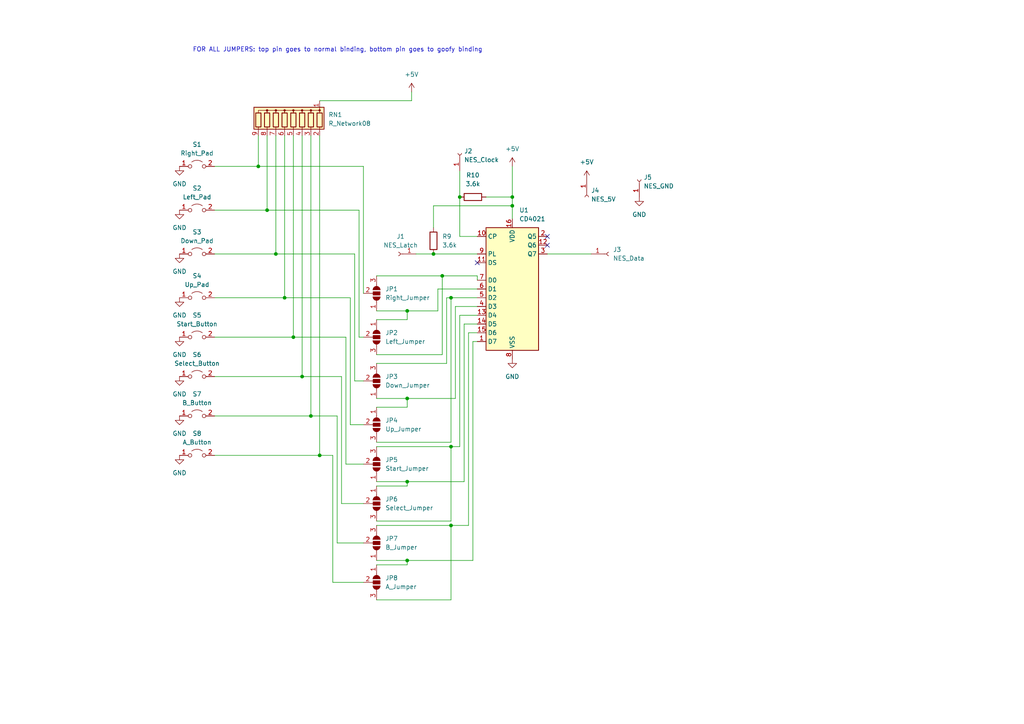
<source format=kicad_sch>
(kicad_sch (version 20211123) (generator eeschema)

  (uuid e63e39d7-6ac0-4ffd-8aa3-1841a4541b55)

  (paper "A4")

  (lib_symbols
    (symbol "4xxx:4021" (in_bom yes) (on_board yes)
      (property "Reference" "U" (id 0) (at -5.08 19.05 0)
        (effects (font (size 1.27 1.27)))
      )
      (property "Value" "4021" (id 1) (at 3.81 19.05 0)
        (effects (font (size 1.27 1.27)))
      )
      (property "Footprint" "" (id 2) (at 0 3.81 0)
        (effects (font (size 1.27 1.27)) hide)
      )
      (property "Datasheet" "https://assets.nexperia.com/documents/data-sheet/HEF4021B.pdf" (id 3) (at 0 3.81 0)
        (effects (font (size 1.27 1.27)) hide)
      )
      (property "ki_keywords" "shift register SR PISO" (id 4) (at 0 0 0)
        (effects (font (size 1.27 1.27)) hide)
      )
      (property "ki_description" "8-bit static shift register" (id 5) (at 0 0 0)
        (effects (font (size 1.27 1.27)) hide)
      )
      (property "ki_fp_filters" "DIP*W7.62mm* SOIC*3.9x9.9mm*P1.27mm* TSSOP*4.4x5mm*P0.65mm* SOIC*5.3x10.2mm*P1.27mm*" (id 6) (at 0 0 0)
        (effects (font (size 1.27 1.27)) hide)
      )
      (symbol "4021_0_1"
        (rectangle (start -7.62 17.78) (end 7.62 -17.78)
          (stroke (width 0.254) (type default) (color 0 0 0 0))
          (fill (type background))
        )
      )
      (symbol "4021_1_1"
        (pin input line (at -10.16 -15.24 0) (length 2.54)
          (name "D7" (effects (font (size 1.27 1.27))))
          (number "1" (effects (font (size 1.27 1.27))))
        )
        (pin input line (at -10.16 15.24 0) (length 2.54)
          (name "CP" (effects (font (size 1.27 1.27))))
          (number "10" (effects (font (size 1.27 1.27))))
        )
        (pin input line (at -10.16 7.62 0) (length 2.54)
          (name "DS" (effects (font (size 1.27 1.27))))
          (number "11" (effects (font (size 1.27 1.27))))
        )
        (pin output line (at 10.16 12.7 180) (length 2.54)
          (name "Q6" (effects (font (size 1.27 1.27))))
          (number "12" (effects (font (size 1.27 1.27))))
        )
        (pin input line (at -10.16 -7.62 0) (length 2.54)
          (name "D4" (effects (font (size 1.27 1.27))))
          (number "13" (effects (font (size 1.27 1.27))))
        )
        (pin input line (at -10.16 -10.16 0) (length 2.54)
          (name "D5" (effects (font (size 1.27 1.27))))
          (number "14" (effects (font (size 1.27 1.27))))
        )
        (pin input line (at -10.16 -12.7 0) (length 2.54)
          (name "D6" (effects (font (size 1.27 1.27))))
          (number "15" (effects (font (size 1.27 1.27))))
        )
        (pin power_in line (at 0 20.32 270) (length 2.54)
          (name "VDD" (effects (font (size 1.27 1.27))))
          (number "16" (effects (font (size 1.27 1.27))))
        )
        (pin output line (at 10.16 15.24 180) (length 2.54)
          (name "Q5" (effects (font (size 1.27 1.27))))
          (number "2" (effects (font (size 1.27 1.27))))
        )
        (pin output line (at 10.16 10.16 180) (length 2.54)
          (name "Q7" (effects (font (size 1.27 1.27))))
          (number "3" (effects (font (size 1.27 1.27))))
        )
        (pin input line (at -10.16 -5.08 0) (length 2.54)
          (name "D3" (effects (font (size 1.27 1.27))))
          (number "4" (effects (font (size 1.27 1.27))))
        )
        (pin input line (at -10.16 -2.54 0) (length 2.54)
          (name "D2" (effects (font (size 1.27 1.27))))
          (number "5" (effects (font (size 1.27 1.27))))
        )
        (pin input line (at -10.16 0 0) (length 2.54)
          (name "D1" (effects (font (size 1.27 1.27))))
          (number "6" (effects (font (size 1.27 1.27))))
        )
        (pin input line (at -10.16 2.54 0) (length 2.54)
          (name "D0" (effects (font (size 1.27 1.27))))
          (number "7" (effects (font (size 1.27 1.27))))
        )
        (pin power_in line (at 0 -20.32 90) (length 2.54)
          (name "VSS" (effects (font (size 1.27 1.27))))
          (number "8" (effects (font (size 1.27 1.27))))
        )
        (pin input line (at -10.16 10.16 0) (length 2.54)
          (name "PL" (effects (font (size 1.27 1.27))))
          (number "9" (effects (font (size 1.27 1.27))))
        )
      )
    )
    (symbol "Connector:Conn_01x01_Female" (pin_names (offset 1.016) hide) (in_bom yes) (on_board yes)
      (property "Reference" "J" (id 0) (at 0 2.54 0)
        (effects (font (size 1.27 1.27)))
      )
      (property "Value" "Conn_01x01_Female" (id 1) (at 0 -2.54 0)
        (effects (font (size 1.27 1.27)))
      )
      (property "Footprint" "" (id 2) (at 0 0 0)
        (effects (font (size 1.27 1.27)) hide)
      )
      (property "Datasheet" "~" (id 3) (at 0 0 0)
        (effects (font (size 1.27 1.27)) hide)
      )
      (property "ki_keywords" "connector" (id 4) (at 0 0 0)
        (effects (font (size 1.27 1.27)) hide)
      )
      (property "ki_description" "Generic connector, single row, 01x01, script generated (kicad-library-utils/schlib/autogen/connector/)" (id 5) (at 0 0 0)
        (effects (font (size 1.27 1.27)) hide)
      )
      (property "ki_fp_filters" "Connector*:*" (id 6) (at 0 0 0)
        (effects (font (size 1.27 1.27)) hide)
      )
      (symbol "Conn_01x01_Female_1_1"
        (polyline
          (pts
            (xy -1.27 0)
            (xy -0.508 0)
          )
          (stroke (width 0.1524) (type default) (color 0 0 0 0))
          (fill (type none))
        )
        (arc (start 0 0.508) (mid -0.508 0) (end 0 -0.508)
          (stroke (width 0.1524) (type default) (color 0 0 0 0))
          (fill (type none))
        )
        (pin passive line (at -5.08 0 0) (length 3.81)
          (name "Pin_1" (effects (font (size 1.27 1.27))))
          (number "1" (effects (font (size 1.27 1.27))))
        )
      )
    )
    (symbol "Device:R" (pin_numbers hide) (pin_names (offset 0)) (in_bom yes) (on_board yes)
      (property "Reference" "R" (id 0) (at 2.032 0 90)
        (effects (font (size 1.27 1.27)))
      )
      (property "Value" "R" (id 1) (at 0 0 90)
        (effects (font (size 1.27 1.27)))
      )
      (property "Footprint" "" (id 2) (at -1.778 0 90)
        (effects (font (size 1.27 1.27)) hide)
      )
      (property "Datasheet" "~" (id 3) (at 0 0 0)
        (effects (font (size 1.27 1.27)) hide)
      )
      (property "ki_keywords" "R res resistor" (id 4) (at 0 0 0)
        (effects (font (size 1.27 1.27)) hide)
      )
      (property "ki_description" "Resistor" (id 5) (at 0 0 0)
        (effects (font (size 1.27 1.27)) hide)
      )
      (property "ki_fp_filters" "R_*" (id 6) (at 0 0 0)
        (effects (font (size 1.27 1.27)) hide)
      )
      (symbol "R_0_1"
        (rectangle (start -1.016 -2.54) (end 1.016 2.54)
          (stroke (width 0.254) (type default) (color 0 0 0 0))
          (fill (type none))
        )
      )
      (symbol "R_1_1"
        (pin passive line (at 0 3.81 270) (length 1.27)
          (name "~" (effects (font (size 1.27 1.27))))
          (number "1" (effects (font (size 1.27 1.27))))
        )
        (pin passive line (at 0 -3.81 90) (length 1.27)
          (name "~" (effects (font (size 1.27 1.27))))
          (number "2" (effects (font (size 1.27 1.27))))
        )
      )
    )
    (symbol "Device:R_Network08" (pin_names (offset 0) hide) (in_bom yes) (on_board yes)
      (property "Reference" "RN" (id 0) (at -12.7 0 90)
        (effects (font (size 1.27 1.27)))
      )
      (property "Value" "R_Network08" (id 1) (at 10.16 0 90)
        (effects (font (size 1.27 1.27)))
      )
      (property "Footprint" "Resistor_THT:R_Array_SIP9" (id 2) (at 12.065 0 90)
        (effects (font (size 1.27 1.27)) hide)
      )
      (property "Datasheet" "http://www.vishay.com/docs/31509/csc.pdf" (id 3) (at 0 0 0)
        (effects (font (size 1.27 1.27)) hide)
      )
      (property "ki_keywords" "R network star-topology" (id 4) (at 0 0 0)
        (effects (font (size 1.27 1.27)) hide)
      )
      (property "ki_description" "8 resistor network, star topology, bussed resistors, small symbol" (id 5) (at 0 0 0)
        (effects (font (size 1.27 1.27)) hide)
      )
      (property "ki_fp_filters" "R?Array?SIP*" (id 6) (at 0 0 0)
        (effects (font (size 1.27 1.27)) hide)
      )
      (symbol "R_Network08_0_1"
        (rectangle (start -11.43 -3.175) (end 8.89 3.175)
          (stroke (width 0.254) (type default) (color 0 0 0 0))
          (fill (type background))
        )
        (rectangle (start -10.922 1.524) (end -9.398 -2.54)
          (stroke (width 0.254) (type default) (color 0 0 0 0))
          (fill (type none))
        )
        (circle (center -10.16 2.286) (radius 0.254)
          (stroke (width 0) (type default) (color 0 0 0 0))
          (fill (type outline))
        )
        (rectangle (start -8.382 1.524) (end -6.858 -2.54)
          (stroke (width 0.254) (type default) (color 0 0 0 0))
          (fill (type none))
        )
        (circle (center -7.62 2.286) (radius 0.254)
          (stroke (width 0) (type default) (color 0 0 0 0))
          (fill (type outline))
        )
        (rectangle (start -5.842 1.524) (end -4.318 -2.54)
          (stroke (width 0.254) (type default) (color 0 0 0 0))
          (fill (type none))
        )
        (circle (center -5.08 2.286) (radius 0.254)
          (stroke (width 0) (type default) (color 0 0 0 0))
          (fill (type outline))
        )
        (rectangle (start -3.302 1.524) (end -1.778 -2.54)
          (stroke (width 0.254) (type default) (color 0 0 0 0))
          (fill (type none))
        )
        (circle (center -2.54 2.286) (radius 0.254)
          (stroke (width 0) (type default) (color 0 0 0 0))
          (fill (type outline))
        )
        (rectangle (start -0.762 1.524) (end 0.762 -2.54)
          (stroke (width 0.254) (type default) (color 0 0 0 0))
          (fill (type none))
        )
        (polyline
          (pts
            (xy -10.16 -2.54)
            (xy -10.16 -3.81)
          )
          (stroke (width 0) (type default) (color 0 0 0 0))
          (fill (type none))
        )
        (polyline
          (pts
            (xy -7.62 -2.54)
            (xy -7.62 -3.81)
          )
          (stroke (width 0) (type default) (color 0 0 0 0))
          (fill (type none))
        )
        (polyline
          (pts
            (xy -5.08 -2.54)
            (xy -5.08 -3.81)
          )
          (stroke (width 0) (type default) (color 0 0 0 0))
          (fill (type none))
        )
        (polyline
          (pts
            (xy -2.54 -2.54)
            (xy -2.54 -3.81)
          )
          (stroke (width 0) (type default) (color 0 0 0 0))
          (fill (type none))
        )
        (polyline
          (pts
            (xy 0 -2.54)
            (xy 0 -3.81)
          )
          (stroke (width 0) (type default) (color 0 0 0 0))
          (fill (type none))
        )
        (polyline
          (pts
            (xy 2.54 -2.54)
            (xy 2.54 -3.81)
          )
          (stroke (width 0) (type default) (color 0 0 0 0))
          (fill (type none))
        )
        (polyline
          (pts
            (xy 5.08 -2.54)
            (xy 5.08 -3.81)
          )
          (stroke (width 0) (type default) (color 0 0 0 0))
          (fill (type none))
        )
        (polyline
          (pts
            (xy 7.62 -2.54)
            (xy 7.62 -3.81)
          )
          (stroke (width 0) (type default) (color 0 0 0 0))
          (fill (type none))
        )
        (polyline
          (pts
            (xy -10.16 1.524)
            (xy -10.16 2.286)
            (xy -7.62 2.286)
            (xy -7.62 1.524)
          )
          (stroke (width 0) (type default) (color 0 0 0 0))
          (fill (type none))
        )
        (polyline
          (pts
            (xy -7.62 1.524)
            (xy -7.62 2.286)
            (xy -5.08 2.286)
            (xy -5.08 1.524)
          )
          (stroke (width 0) (type default) (color 0 0 0 0))
          (fill (type none))
        )
        (polyline
          (pts
            (xy -5.08 1.524)
            (xy -5.08 2.286)
            (xy -2.54 2.286)
            (xy -2.54 1.524)
          )
          (stroke (width 0) (type default) (color 0 0 0 0))
          (fill (type none))
        )
        (polyline
          (pts
            (xy -2.54 1.524)
            (xy -2.54 2.286)
            (xy 0 2.286)
            (xy 0 1.524)
          )
          (stroke (width 0) (type default) (color 0 0 0 0))
          (fill (type none))
        )
        (polyline
          (pts
            (xy 0 1.524)
            (xy 0 2.286)
            (xy 2.54 2.286)
            (xy 2.54 1.524)
          )
          (stroke (width 0) (type default) (color 0 0 0 0))
          (fill (type none))
        )
        (polyline
          (pts
            (xy 2.54 1.524)
            (xy 2.54 2.286)
            (xy 5.08 2.286)
            (xy 5.08 1.524)
          )
          (stroke (width 0) (type default) (color 0 0 0 0))
          (fill (type none))
        )
        (polyline
          (pts
            (xy 5.08 1.524)
            (xy 5.08 2.286)
            (xy 7.62 2.286)
            (xy 7.62 1.524)
          )
          (stroke (width 0) (type default) (color 0 0 0 0))
          (fill (type none))
        )
        (circle (center 0 2.286) (radius 0.254)
          (stroke (width 0) (type default) (color 0 0 0 0))
          (fill (type outline))
        )
        (rectangle (start 1.778 1.524) (end 3.302 -2.54)
          (stroke (width 0.254) (type default) (color 0 0 0 0))
          (fill (type none))
        )
        (circle (center 2.54 2.286) (radius 0.254)
          (stroke (width 0) (type default) (color 0 0 0 0))
          (fill (type outline))
        )
        (rectangle (start 4.318 1.524) (end 5.842 -2.54)
          (stroke (width 0.254) (type default) (color 0 0 0 0))
          (fill (type none))
        )
        (circle (center 5.08 2.286) (radius 0.254)
          (stroke (width 0) (type default) (color 0 0 0 0))
          (fill (type outline))
        )
        (rectangle (start 6.858 1.524) (end 8.382 -2.54)
          (stroke (width 0.254) (type default) (color 0 0 0 0))
          (fill (type none))
        )
      )
      (symbol "R_Network08_1_1"
        (pin passive line (at -10.16 5.08 270) (length 2.54)
          (name "common" (effects (font (size 1.27 1.27))))
          (number "1" (effects (font (size 1.27 1.27))))
        )
        (pin passive line (at -10.16 -5.08 90) (length 1.27)
          (name "R1" (effects (font (size 1.27 1.27))))
          (number "2" (effects (font (size 1.27 1.27))))
        )
        (pin passive line (at -7.62 -5.08 90) (length 1.27)
          (name "R2" (effects (font (size 1.27 1.27))))
          (number "3" (effects (font (size 1.27 1.27))))
        )
        (pin passive line (at -5.08 -5.08 90) (length 1.27)
          (name "R3" (effects (font (size 1.27 1.27))))
          (number "4" (effects (font (size 1.27 1.27))))
        )
        (pin passive line (at -2.54 -5.08 90) (length 1.27)
          (name "R4" (effects (font (size 1.27 1.27))))
          (number "5" (effects (font (size 1.27 1.27))))
        )
        (pin passive line (at 0 -5.08 90) (length 1.27)
          (name "R5" (effects (font (size 1.27 1.27))))
          (number "6" (effects (font (size 1.27 1.27))))
        )
        (pin passive line (at 2.54 -5.08 90) (length 1.27)
          (name "R6" (effects (font (size 1.27 1.27))))
          (number "7" (effects (font (size 1.27 1.27))))
        )
        (pin passive line (at 5.08 -5.08 90) (length 1.27)
          (name "R7" (effects (font (size 1.27 1.27))))
          (number "8" (effects (font (size 1.27 1.27))))
        )
        (pin passive line (at 7.62 -5.08 90) (length 1.27)
          (name "R8" (effects (font (size 1.27 1.27))))
          (number "9" (effects (font (size 1.27 1.27))))
        )
      )
    )
    (symbol "Jumper:Jumper_2_Open" (pin_names (offset 0) hide) (in_bom yes) (on_board yes)
      (property "Reference" "JP" (id 0) (at 0 2.794 0)
        (effects (font (size 1.27 1.27)))
      )
      (property "Value" "Jumper_2_Open" (id 1) (at 0 -2.286 0)
        (effects (font (size 1.27 1.27)))
      )
      (property "Footprint" "" (id 2) (at 0 0 0)
        (effects (font (size 1.27 1.27)) hide)
      )
      (property "Datasheet" "~" (id 3) (at 0 0 0)
        (effects (font (size 1.27 1.27)) hide)
      )
      (property "ki_keywords" "Jumper SPST" (id 4) (at 0 0 0)
        (effects (font (size 1.27 1.27)) hide)
      )
      (property "ki_description" "Jumper, 2-pole, open" (id 5) (at 0 0 0)
        (effects (font (size 1.27 1.27)) hide)
      )
      (property "ki_fp_filters" "Jumper* TestPoint*2Pads* TestPoint*Bridge*" (id 6) (at 0 0 0)
        (effects (font (size 1.27 1.27)) hide)
      )
      (symbol "Jumper_2_Open_0_0"
        (circle (center -2.032 0) (radius 0.508)
          (stroke (width 0) (type default) (color 0 0 0 0))
          (fill (type none))
        )
        (circle (center 2.032 0) (radius 0.508)
          (stroke (width 0) (type default) (color 0 0 0 0))
          (fill (type none))
        )
      )
      (symbol "Jumper_2_Open_0_1"
        (arc (start 1.524 1.27) (mid 0 1.778) (end -1.524 1.27)
          (stroke (width 0) (type default) (color 0 0 0 0))
          (fill (type none))
        )
      )
      (symbol "Jumper_2_Open_1_1"
        (pin passive line (at -5.08 0 0) (length 2.54)
          (name "A" (effects (font (size 1.27 1.27))))
          (number "1" (effects (font (size 1.27 1.27))))
        )
        (pin passive line (at 5.08 0 180) (length 2.54)
          (name "B" (effects (font (size 1.27 1.27))))
          (number "2" (effects (font (size 1.27 1.27))))
        )
      )
    )
    (symbol "Jumper:SolderJumper_3_Open" (pin_names (offset 0) hide) (in_bom yes) (on_board yes)
      (property "Reference" "JP" (id 0) (at -2.54 -2.54 0)
        (effects (font (size 1.27 1.27)))
      )
      (property "Value" "SolderJumper_3_Open" (id 1) (at 0 2.794 0)
        (effects (font (size 1.27 1.27)))
      )
      (property "Footprint" "" (id 2) (at 0 0 0)
        (effects (font (size 1.27 1.27)) hide)
      )
      (property "Datasheet" "~" (id 3) (at 0 0 0)
        (effects (font (size 1.27 1.27)) hide)
      )
      (property "ki_keywords" "Solder Jumper SPDT" (id 4) (at 0 0 0)
        (effects (font (size 1.27 1.27)) hide)
      )
      (property "ki_description" "Solder Jumper, 3-pole, open" (id 5) (at 0 0 0)
        (effects (font (size 1.27 1.27)) hide)
      )
      (property "ki_fp_filters" "SolderJumper*Open*" (id 6) (at 0 0 0)
        (effects (font (size 1.27 1.27)) hide)
      )
      (symbol "SolderJumper_3_Open_0_1"
        (arc (start -1.016 1.016) (mid -2.032 0) (end -1.016 -1.016)
          (stroke (width 0) (type default) (color 0 0 0 0))
          (fill (type none))
        )
        (arc (start -1.016 1.016) (mid -2.032 0) (end -1.016 -1.016)
          (stroke (width 0) (type default) (color 0 0 0 0))
          (fill (type outline))
        )
        (rectangle (start -0.508 1.016) (end 0.508 -1.016)
          (stroke (width 0) (type default) (color 0 0 0 0))
          (fill (type outline))
        )
        (polyline
          (pts
            (xy -2.54 0)
            (xy -2.032 0)
          )
          (stroke (width 0) (type default) (color 0 0 0 0))
          (fill (type none))
        )
        (polyline
          (pts
            (xy -1.016 1.016)
            (xy -1.016 -1.016)
          )
          (stroke (width 0) (type default) (color 0 0 0 0))
          (fill (type none))
        )
        (polyline
          (pts
            (xy 0 -1.27)
            (xy 0 -1.016)
          )
          (stroke (width 0) (type default) (color 0 0 0 0))
          (fill (type none))
        )
        (polyline
          (pts
            (xy 1.016 1.016)
            (xy 1.016 -1.016)
          )
          (stroke (width 0) (type default) (color 0 0 0 0))
          (fill (type none))
        )
        (polyline
          (pts
            (xy 2.54 0)
            (xy 2.032 0)
          )
          (stroke (width 0) (type default) (color 0 0 0 0))
          (fill (type none))
        )
        (arc (start 1.016 -1.016) (mid 2.032 0) (end 1.016 1.016)
          (stroke (width 0) (type default) (color 0 0 0 0))
          (fill (type none))
        )
        (arc (start 1.016 -1.016) (mid 2.032 0) (end 1.016 1.016)
          (stroke (width 0) (type default) (color 0 0 0 0))
          (fill (type outline))
        )
      )
      (symbol "SolderJumper_3_Open_1_1"
        (pin passive line (at -5.08 0 0) (length 2.54)
          (name "A" (effects (font (size 1.27 1.27))))
          (number "1" (effects (font (size 1.27 1.27))))
        )
        (pin passive line (at 0 -3.81 90) (length 2.54)
          (name "C" (effects (font (size 1.27 1.27))))
          (number "2" (effects (font (size 1.27 1.27))))
        )
        (pin passive line (at 5.08 0 180) (length 2.54)
          (name "B" (effects (font (size 1.27 1.27))))
          (number "3" (effects (font (size 1.27 1.27))))
        )
      )
    )
    (symbol "power:+5V" (power) (pin_names (offset 0)) (in_bom yes) (on_board yes)
      (property "Reference" "#PWR" (id 0) (at 0 -3.81 0)
        (effects (font (size 1.27 1.27)) hide)
      )
      (property "Value" "+5V" (id 1) (at 0 3.556 0)
        (effects (font (size 1.27 1.27)))
      )
      (property "Footprint" "" (id 2) (at 0 0 0)
        (effects (font (size 1.27 1.27)) hide)
      )
      (property "Datasheet" "" (id 3) (at 0 0 0)
        (effects (font (size 1.27 1.27)) hide)
      )
      (property "ki_keywords" "power-flag" (id 4) (at 0 0 0)
        (effects (font (size 1.27 1.27)) hide)
      )
      (property "ki_description" "Power symbol creates a global label with name \"+5V\"" (id 5) (at 0 0 0)
        (effects (font (size 1.27 1.27)) hide)
      )
      (symbol "+5V_0_1"
        (polyline
          (pts
            (xy -0.762 1.27)
            (xy 0 2.54)
          )
          (stroke (width 0) (type default) (color 0 0 0 0))
          (fill (type none))
        )
        (polyline
          (pts
            (xy 0 0)
            (xy 0 2.54)
          )
          (stroke (width 0) (type default) (color 0 0 0 0))
          (fill (type none))
        )
        (polyline
          (pts
            (xy 0 2.54)
            (xy 0.762 1.27)
          )
          (stroke (width 0) (type default) (color 0 0 0 0))
          (fill (type none))
        )
      )
      (symbol "+5V_1_1"
        (pin power_in line (at 0 0 90) (length 0) hide
          (name "+5V" (effects (font (size 1.27 1.27))))
          (number "1" (effects (font (size 1.27 1.27))))
        )
      )
    )
    (symbol "power:GND" (power) (pin_names (offset 0)) (in_bom yes) (on_board yes)
      (property "Reference" "#PWR" (id 0) (at 0 -6.35 0)
        (effects (font (size 1.27 1.27)) hide)
      )
      (property "Value" "GND" (id 1) (at 0 -3.81 0)
        (effects (font (size 1.27 1.27)))
      )
      (property "Footprint" "" (id 2) (at 0 0 0)
        (effects (font (size 1.27 1.27)) hide)
      )
      (property "Datasheet" "" (id 3) (at 0 0 0)
        (effects (font (size 1.27 1.27)) hide)
      )
      (property "ki_keywords" "power-flag" (id 4) (at 0 0 0)
        (effects (font (size 1.27 1.27)) hide)
      )
      (property "ki_description" "Power symbol creates a global label with name \"GND\" , ground" (id 5) (at 0 0 0)
        (effects (font (size 1.27 1.27)) hide)
      )
      (symbol "GND_0_1"
        (polyline
          (pts
            (xy 0 0)
            (xy 0 -1.27)
            (xy 1.27 -1.27)
            (xy 0 -2.54)
            (xy -1.27 -1.27)
            (xy 0 -1.27)
          )
          (stroke (width 0) (type default) (color 0 0 0 0))
          (fill (type none))
        )
      )
      (symbol "GND_1_1"
        (pin power_in line (at 0 0 270) (length 0) hide
          (name "GND" (effects (font (size 1.27 1.27))))
          (number "1" (effects (font (size 1.27 1.27))))
        )
      )
    )
    (symbol "power:PWR_FLAG" (power) (pin_numbers hide) (pin_names (offset 0) hide) (in_bom yes) (on_board yes)
      (property "Reference" "#FLG" (id 0) (at 0 1.905 0)
        (effects (font (size 1.27 1.27)) hide)
      )
      (property "Value" "PWR_FLAG" (id 1) (at 0 3.81 0)
        (effects (font (size 1.27 1.27)))
      )
      (property "Footprint" "" (id 2) (at 0 0 0)
        (effects (font (size 1.27 1.27)) hide)
      )
      (property "Datasheet" "~" (id 3) (at 0 0 0)
        (effects (font (size 1.27 1.27)) hide)
      )
      (property "ki_keywords" "power-flag" (id 4) (at 0 0 0)
        (effects (font (size 1.27 1.27)) hide)
      )
      (property "ki_description" "Special symbol for telling ERC where power comes from" (id 5) (at 0 0 0)
        (effects (font (size 1.27 1.27)) hide)
      )
      (symbol "PWR_FLAG_0_0"
        (pin power_out line (at 0 0 90) (length 0)
          (name "pwr" (effects (font (size 1.27 1.27))))
          (number "1" (effects (font (size 1.27 1.27))))
        )
      )
      (symbol "PWR_FLAG_0_1"
        (polyline
          (pts
            (xy 0 0)
            (xy 0 1.27)
            (xy -1.016 1.905)
            (xy 0 2.54)
            (xy 1.016 1.905)
            (xy 0 1.27)
          )
          (stroke (width 0) (type default) (color 0 0 0 0))
          (fill (type none))
        )
      )
    )
  )

  (junction (at 130.81 152.4) (diameter 0) (color 0 0 0 0)
    (uuid 13341f26-bec2-4c6b-8bff-d3ca0a468f0b)
  )
  (junction (at 74.93 48.26) (diameter 0) (color 0 0 0 0)
    (uuid 141e53fa-f720-497f-8d35-b85ba513de2d)
  )
  (junction (at 118.11 139.7) (diameter 0) (color 0 0 0 0)
    (uuid 15e42027-e3b4-4216-9a7f-abf91c27ced1)
  )
  (junction (at 148.59 59.69) (diameter 0) (color 0 0 0 0)
    (uuid 20a29177-59e5-4978-a54a-8bd18655ef09)
  )
  (junction (at 82.55 86.36) (diameter 0) (color 0 0 0 0)
    (uuid 22ac2f27-e18e-4883-9f0b-96419205bda1)
  )
  (junction (at 125.73 73.66) (diameter 0) (color 0 0 0 0)
    (uuid 275e2aad-b774-4903-bc3d-d3be3a4c8f20)
  )
  (junction (at 80.01 73.66) (diameter 0) (color 0 0 0 0)
    (uuid 31863980-b881-4837-ac6e-5586aeea58e2)
  )
  (junction (at 90.17 120.65) (diameter 0) (color 0 0 0 0)
    (uuid 3a57d392-5e0b-401f-a9e3-961b09346435)
  )
  (junction (at 130.81 129.54) (diameter 0) (color 0 0 0 0)
    (uuid 40182662-8435-413e-9ee2-dcdeff655eb6)
  )
  (junction (at 92.71 132.08) (diameter 0) (color 0 0 0 0)
    (uuid 437b506c-427b-45fb-b723-0020e4b6c533)
  )
  (junction (at 118.11 115.57) (diameter 0) (color 0 0 0 0)
    (uuid 47157171-5666-499f-8954-2bd4a357d341)
  )
  (junction (at 118.11 162.56) (diameter 0) (color 0 0 0 0)
    (uuid 4b58c526-e77b-4dfa-9ebf-b4ee014eef66)
  )
  (junction (at 85.09 97.79) (diameter 0) (color 0 0 0 0)
    (uuid 88c33577-74f1-4d01-8e27-fbd47684e18d)
  )
  (junction (at 133.35 57.15) (diameter 0) (color 0 0 0 0)
    (uuid 8fe021e7-4218-4e46-909f-42eac02227a8)
  )
  (junction (at 77.47 60.96) (diameter 0) (color 0 0 0 0)
    (uuid 910c953d-b681-4947-a5ec-77a68d526243)
  )
  (junction (at 87.63 109.22) (diameter 0) (color 0 0 0 0)
    (uuid 9d8817fa-9fc4-495c-81ec-ba01d0344aad)
  )
  (junction (at 148.59 57.15) (diameter 0) (color 0 0 0 0)
    (uuid c61f80f0-ca6c-439f-a0c8-8950741b80f4)
  )
  (junction (at 130.81 86.36) (diameter 0) (color 0 0 0 0)
    (uuid cde72bb8-22ce-4198-a83e-9474369e136b)
  )
  (junction (at 128.27 80.01) (diameter 0) (color 0 0 0 0)
    (uuid e7eada95-3e46-486f-b72a-9dcf4d8c2675)
  )
  (junction (at 118.11 90.17) (diameter 0) (color 0 0 0 0)
    (uuid ea0467cb-3246-4a18-8b12-9689c6b237b3)
  )

  (no_connect (at 158.75 68.58) (uuid 8f7ed7d5-46f2-45cb-8456-4c01c745b38f))
  (no_connect (at 158.75 71.12) (uuid 8f7ed7d5-46f2-45cb-8456-4c01c745b38f))
  (no_connect (at 138.43 76.2) (uuid 8f7ed7d5-46f2-45cb-8456-4c01c745b38f))

  (wire (pts (xy 62.23 60.96) (xy 77.47 60.96))
    (stroke (width 0) (type default) (color 0 0 0 0))
    (uuid 0147d282-7e68-485a-85e1-9c46093998b5)
  )
  (wire (pts (xy 119.38 26.67) (xy 119.38 29.21))
    (stroke (width 0) (type default) (color 0 0 0 0))
    (uuid 01e6d466-98b2-4c6d-903a-4c5e52f6bf1a)
  )
  (wire (pts (xy 85.09 39.37) (xy 85.09 97.79))
    (stroke (width 0) (type default) (color 0 0 0 0))
    (uuid 0302c3d4-445c-43a5-9f13-4bb854887e3a)
  )
  (wire (pts (xy 125.73 73.66) (xy 138.43 73.66))
    (stroke (width 0) (type default) (color 0 0 0 0))
    (uuid 088bace8-5750-404b-8dcb-d88c55c4bda9)
  )
  (wire (pts (xy 137.16 99.06) (xy 137.16 162.56))
    (stroke (width 0) (type default) (color 0 0 0 0))
    (uuid 0b0b2978-0cb9-4888-8b2d-a3e009fae685)
  )
  (wire (pts (xy 125.73 66.04) (xy 125.73 59.69))
    (stroke (width 0) (type default) (color 0 0 0 0))
    (uuid 11b85603-0471-449b-be83-0386ce96dbac)
  )
  (wire (pts (xy 74.93 48.26) (xy 74.93 39.37))
    (stroke (width 0) (type default) (color 0 0 0 0))
    (uuid 18297c55-66e3-43ff-810e-15706f41fb77)
  )
  (wire (pts (xy 132.08 88.9) (xy 138.43 88.9))
    (stroke (width 0) (type default) (color 0 0 0 0))
    (uuid 1b48a7d3-c444-4496-9906-ddcd799721b7)
  )
  (wire (pts (xy 62.23 109.22) (xy 87.63 109.22))
    (stroke (width 0) (type default) (color 0 0 0 0))
    (uuid 1e5d0ddf-7e24-488b-a5c9-02ecda99f37a)
  )
  (wire (pts (xy 138.43 80.01) (xy 128.27 80.01))
    (stroke (width 0) (type default) (color 0 0 0 0))
    (uuid 20474008-db5a-43dc-9f59-b44582307908)
  )
  (wire (pts (xy 135.89 96.52) (xy 138.43 96.52))
    (stroke (width 0) (type default) (color 0 0 0 0))
    (uuid 21c8f0f4-d4ff-4d1d-99b9-529a9604d7e6)
  )
  (wire (pts (xy 109.22 163.83) (xy 118.11 163.83))
    (stroke (width 0) (type default) (color 0 0 0 0))
    (uuid 223c83ba-3080-453e-b1f0-1cb97b34a758)
  )
  (wire (pts (xy 128.27 80.01) (xy 109.22 80.01))
    (stroke (width 0) (type default) (color 0 0 0 0))
    (uuid 2265c59b-3d4c-4e52-8b14-6711a1602e6e)
  )
  (wire (pts (xy 104.14 60.96) (xy 77.47 60.96))
    (stroke (width 0) (type default) (color 0 0 0 0))
    (uuid 234ced80-6843-4eaa-a16b-86c50e646fed)
  )
  (wire (pts (xy 105.41 110.49) (xy 102.87 110.49))
    (stroke (width 0) (type default) (color 0 0 0 0))
    (uuid 257f2efc-fd03-4f5e-95b9-96e079f6a3fc)
  )
  (wire (pts (xy 105.41 168.91) (xy 96.52 168.91))
    (stroke (width 0) (type default) (color 0 0 0 0))
    (uuid 28a57d47-3e3d-4b6e-816f-656786941d99)
  )
  (wire (pts (xy 105.41 97.79) (xy 104.14 97.79))
    (stroke (width 0) (type default) (color 0 0 0 0))
    (uuid 2c8a32dd-378d-42bc-bfb4-a502176d4ece)
  )
  (wire (pts (xy 109.22 140.97) (xy 118.11 140.97))
    (stroke (width 0) (type default) (color 0 0 0 0))
    (uuid 2ce152b4-fd18-4ca2-a89b-173b6cef23ae)
  )
  (wire (pts (xy 100.33 97.79) (xy 85.09 97.79))
    (stroke (width 0) (type default) (color 0 0 0 0))
    (uuid 2e22c1a7-0270-42cc-824c-c2ab9c895c6c)
  )
  (wire (pts (xy 148.59 48.26) (xy 148.59 57.15))
    (stroke (width 0) (type default) (color 0 0 0 0))
    (uuid 30d2ef97-26f7-47f4-a9a2-d8cf9948c8a6)
  )
  (wire (pts (xy 109.22 129.54) (xy 130.81 129.54))
    (stroke (width 0) (type default) (color 0 0 0 0))
    (uuid 359226ab-1677-425c-af0f-d47d3c693583)
  )
  (wire (pts (xy 62.23 48.26) (xy 74.93 48.26))
    (stroke (width 0) (type default) (color 0 0 0 0))
    (uuid 36fa34b3-60d7-4528-b8d4-8c3292620d72)
  )
  (wire (pts (xy 99.06 109.22) (xy 87.63 109.22))
    (stroke (width 0) (type default) (color 0 0 0 0))
    (uuid 3d4a8716-9aee-4369-8d66-0172a69d92a8)
  )
  (wire (pts (xy 109.22 90.17) (xy 118.11 90.17))
    (stroke (width 0) (type default) (color 0 0 0 0))
    (uuid 3dcd7240-9563-4500-a28d-e87bf03c1cca)
  )
  (wire (pts (xy 102.87 73.66) (xy 80.01 73.66))
    (stroke (width 0) (type default) (color 0 0 0 0))
    (uuid 3df175f6-3824-4b43-b94b-6ad8671abb3c)
  )
  (wire (pts (xy 109.22 102.87) (xy 128.27 102.87))
    (stroke (width 0) (type default) (color 0 0 0 0))
    (uuid 429873a9-540d-4ace-8983-791e5eb1f701)
  )
  (wire (pts (xy 134.62 139.7) (xy 134.62 93.98))
    (stroke (width 0) (type default) (color 0 0 0 0))
    (uuid 45378c80-0e5e-4794-a515-77553240bdd6)
  )
  (wire (pts (xy 130.81 152.4) (xy 135.89 152.4))
    (stroke (width 0) (type default) (color 0 0 0 0))
    (uuid 47b44ff7-a042-413e-b8e7-cb0384015b16)
  )
  (wire (pts (xy 148.59 57.15) (xy 148.59 59.69))
    (stroke (width 0) (type default) (color 0 0 0 0))
    (uuid 4844a269-d2ca-4a92-9cdf-7ded33ac3bc5)
  )
  (wire (pts (xy 130.81 86.36) (xy 138.43 86.36))
    (stroke (width 0) (type default) (color 0 0 0 0))
    (uuid 493d60fb-f8ce-4688-b708-9e08162fc11c)
  )
  (wire (pts (xy 92.71 39.37) (xy 92.71 132.08))
    (stroke (width 0) (type default) (color 0 0 0 0))
    (uuid 4bb12b6b-6756-43f1-a624-4fc6c12c6931)
  )
  (wire (pts (xy 100.33 134.62) (xy 100.33 97.79))
    (stroke (width 0) (type default) (color 0 0 0 0))
    (uuid 4c963cf7-3a5f-4c84-a203-380be201a901)
  )
  (wire (pts (xy 109.22 173.99) (xy 130.81 173.99))
    (stroke (width 0) (type default) (color 0 0 0 0))
    (uuid 4d550d75-22de-43d8-b136-7072669784b7)
  )
  (wire (pts (xy 140.97 57.15) (xy 148.59 57.15))
    (stroke (width 0) (type default) (color 0 0 0 0))
    (uuid 4d721d3d-058c-44f4-a2a4-83f0e62e70b9)
  )
  (wire (pts (xy 105.41 134.62) (xy 100.33 134.62))
    (stroke (width 0) (type default) (color 0 0 0 0))
    (uuid 4d7b5912-576d-471f-857d-dabe505a3f2f)
  )
  (wire (pts (xy 148.59 59.69) (xy 148.59 63.5))
    (stroke (width 0) (type default) (color 0 0 0 0))
    (uuid 4dd8280f-9fa7-41af-8b29-37c0424dcbb5)
  )
  (wire (pts (xy 109.22 162.56) (xy 118.11 162.56))
    (stroke (width 0) (type default) (color 0 0 0 0))
    (uuid 4e042b28-190b-4b77-a4c6-02781fdda08e)
  )
  (wire (pts (xy 101.6 123.19) (xy 101.6 86.36))
    (stroke (width 0) (type default) (color 0 0 0 0))
    (uuid 54910caf-cdc4-4b7b-a4c7-8696d14caa51)
  )
  (wire (pts (xy 62.23 132.08) (xy 92.71 132.08))
    (stroke (width 0) (type default) (color 0 0 0 0))
    (uuid 5992f0d9-6f00-40d5-ae34-dcaf69eb50eb)
  )
  (wire (pts (xy 105.41 157.48) (xy 97.79 157.48))
    (stroke (width 0) (type default) (color 0 0 0 0))
    (uuid 5c37f229-b10d-4b81-a648-37c854df53f7)
  )
  (wire (pts (xy 133.35 57.15) (xy 133.35 68.58))
    (stroke (width 0) (type default) (color 0 0 0 0))
    (uuid 63f6ddd0-4949-4bac-8ad6-8b4eaa4cd4b2)
  )
  (wire (pts (xy 118.11 163.83) (xy 118.11 162.56))
    (stroke (width 0) (type default) (color 0 0 0 0))
    (uuid 64e5fbc4-692f-495a-b24f-13f0b366e614)
  )
  (wire (pts (xy 132.08 115.57) (xy 132.08 88.9))
    (stroke (width 0) (type default) (color 0 0 0 0))
    (uuid 66a50225-3163-424e-9569-58f37fda513d)
  )
  (wire (pts (xy 125.73 59.69) (xy 148.59 59.69))
    (stroke (width 0) (type default) (color 0 0 0 0))
    (uuid 6704949a-8ee5-4bee-83f0-42bc950675a1)
  )
  (wire (pts (xy 118.11 162.56) (xy 137.16 162.56))
    (stroke (width 0) (type default) (color 0 0 0 0))
    (uuid 696c8610-6776-4fcc-8c2b-2c6262674a2d)
  )
  (wire (pts (xy 135.89 152.4) (xy 135.89 96.52))
    (stroke (width 0) (type default) (color 0 0 0 0))
    (uuid 69c6fd3e-8b09-4ddb-9f2c-5fe435a8fc0c)
  )
  (wire (pts (xy 133.35 91.44) (xy 138.43 91.44))
    (stroke (width 0) (type default) (color 0 0 0 0))
    (uuid 6ac66012-cf68-49d5-ad0a-057296ce1732)
  )
  (wire (pts (xy 104.14 97.79) (xy 104.14 60.96))
    (stroke (width 0) (type default) (color 0 0 0 0))
    (uuid 6b5796a0-8778-46a2-8825-3c472172aba2)
  )
  (wire (pts (xy 77.47 39.37) (xy 77.47 60.96))
    (stroke (width 0) (type default) (color 0 0 0 0))
    (uuid 6b6f0bb9-5f52-408c-95fc-08fb1bfc63a1)
  )
  (wire (pts (xy 133.35 68.58) (xy 138.43 68.58))
    (stroke (width 0) (type default) (color 0 0 0 0))
    (uuid 6df75c7f-1d42-4ccd-b6ed-907782cca3a3)
  )
  (wire (pts (xy 109.22 118.11) (xy 118.11 118.11))
    (stroke (width 0) (type default) (color 0 0 0 0))
    (uuid 7095097b-8317-4ca6-9923-0629c0dc6192)
  )
  (wire (pts (xy 130.81 128.27) (xy 130.81 86.36))
    (stroke (width 0) (type default) (color 0 0 0 0))
    (uuid 773a651e-8b57-4ddc-9622-2c7f87afe301)
  )
  (wire (pts (xy 120.65 73.66) (xy 125.73 73.66))
    (stroke (width 0) (type default) (color 0 0 0 0))
    (uuid 7983f574-14a4-4ae8-b77b-b3777b0e144d)
  )
  (wire (pts (xy 109.22 105.41) (xy 129.54 105.41))
    (stroke (width 0) (type default) (color 0 0 0 0))
    (uuid 7d49cec9-bd81-431a-a479-572c38812bdd)
  )
  (wire (pts (xy 105.41 85.09) (xy 105.41 48.26))
    (stroke (width 0) (type default) (color 0 0 0 0))
    (uuid 896f8adc-b278-4421-b5a7-ad143b9f471c)
  )
  (wire (pts (xy 133.35 129.54) (xy 133.35 91.44))
    (stroke (width 0) (type default) (color 0 0 0 0))
    (uuid 8d29bbb3-f1f3-4bad-9b17-d5cdfa3f853e)
  )
  (wire (pts (xy 118.11 90.17) (xy 127 90.17))
    (stroke (width 0) (type default) (color 0 0 0 0))
    (uuid 9173134a-8eaa-405d-8369-4d04190bb05e)
  )
  (wire (pts (xy 62.23 86.36) (xy 82.55 86.36))
    (stroke (width 0) (type default) (color 0 0 0 0))
    (uuid 92490f99-79fc-4715-8697-ef7e15479685)
  )
  (wire (pts (xy 62.23 97.79) (xy 85.09 97.79))
    (stroke (width 0) (type default) (color 0 0 0 0))
    (uuid 935e0aa9-d0d1-42c8-9e29-710940582d5b)
  )
  (wire (pts (xy 99.06 146.05) (xy 99.06 109.22))
    (stroke (width 0) (type default) (color 0 0 0 0))
    (uuid 9627d688-3bb0-4fed-828c-6a634965a65f)
  )
  (wire (pts (xy 130.81 173.99) (xy 130.81 152.4))
    (stroke (width 0) (type default) (color 0 0 0 0))
    (uuid 96e5db25-1577-4461-91ae-663a1d3600f8)
  )
  (wire (pts (xy 109.22 128.27) (xy 130.81 128.27))
    (stroke (width 0) (type default) (color 0 0 0 0))
    (uuid 9afda946-45e8-4fe4-83d2-990c440b62e9)
  )
  (wire (pts (xy 80.01 39.37) (xy 80.01 73.66))
    (stroke (width 0) (type default) (color 0 0 0 0))
    (uuid 9b0e3a88-39c0-4b0c-b302-732ceba7de10)
  )
  (wire (pts (xy 105.41 123.19) (xy 101.6 123.19))
    (stroke (width 0) (type default) (color 0 0 0 0))
    (uuid a06a2fc5-a9b0-4922-8954-6cc36a60e68b)
  )
  (wire (pts (xy 97.79 157.48) (xy 97.79 120.65))
    (stroke (width 0) (type default) (color 0 0 0 0))
    (uuid a1440858-bedb-4f61-8c1d-a684719a3ee1)
  )
  (wire (pts (xy 92.71 29.21) (xy 119.38 29.21))
    (stroke (width 0) (type default) (color 0 0 0 0))
    (uuid a468215f-ec10-43eb-ab23-3f5b28d98f8e)
  )
  (wire (pts (xy 109.22 152.4) (xy 130.81 152.4))
    (stroke (width 0) (type default) (color 0 0 0 0))
    (uuid a47c841f-318f-4a93-aff0-eb1cc7335507)
  )
  (wire (pts (xy 102.87 110.49) (xy 102.87 73.66))
    (stroke (width 0) (type default) (color 0 0 0 0))
    (uuid a50565b7-7f1e-47f1-99f4-bf55b8e415c5)
  )
  (wire (pts (xy 127 83.82) (xy 138.43 83.82))
    (stroke (width 0) (type default) (color 0 0 0 0))
    (uuid a709fcae-160e-457d-a846-71ad1fd801fb)
  )
  (wire (pts (xy 87.63 39.37) (xy 87.63 109.22))
    (stroke (width 0) (type default) (color 0 0 0 0))
    (uuid a9c6bcb0-820b-407f-81c6-3e61e35bb31f)
  )
  (wire (pts (xy 128.27 102.87) (xy 128.27 80.01))
    (stroke (width 0) (type default) (color 0 0 0 0))
    (uuid ab6b7b36-e380-41e6-83c0-048f5c48e8ac)
  )
  (wire (pts (xy 118.11 92.71) (xy 118.11 90.17))
    (stroke (width 0) (type default) (color 0 0 0 0))
    (uuid ab8a19ed-a33d-4bed-a527-cd483cacc9b2)
  )
  (wire (pts (xy 109.22 151.13) (xy 130.81 151.13))
    (stroke (width 0) (type default) (color 0 0 0 0))
    (uuid abe7be86-8e35-44c7-866f-2c875437096a)
  )
  (wire (pts (xy 118.11 139.7) (xy 134.62 139.7))
    (stroke (width 0) (type default) (color 0 0 0 0))
    (uuid ae50a6c6-2777-4a89-9c51-8ae0cb2390bb)
  )
  (wire (pts (xy 129.54 105.41) (xy 129.54 86.36))
    (stroke (width 0) (type default) (color 0 0 0 0))
    (uuid b2541f10-99c7-4e7a-8c11-a1218a417050)
  )
  (wire (pts (xy 109.22 92.71) (xy 118.11 92.71))
    (stroke (width 0) (type default) (color 0 0 0 0))
    (uuid b34cde96-931f-49cb-894b-385038b6ac6b)
  )
  (wire (pts (xy 130.81 129.54) (xy 133.35 129.54))
    (stroke (width 0) (type default) (color 0 0 0 0))
    (uuid b503d728-a4a3-4cf8-8d8d-90abdcd74a9c)
  )
  (wire (pts (xy 97.79 120.65) (xy 90.17 120.65))
    (stroke (width 0) (type default) (color 0 0 0 0))
    (uuid ba8dab57-9704-4ac7-88e5-cf7fa5f4bb66)
  )
  (wire (pts (xy 62.23 73.66) (xy 80.01 73.66))
    (stroke (width 0) (type default) (color 0 0 0 0))
    (uuid c8ed8292-ff1d-4883-9896-1ac9caca5c6d)
  )
  (wire (pts (xy 133.35 49.53) (xy 133.35 57.15))
    (stroke (width 0) (type default) (color 0 0 0 0))
    (uuid ca0741b3-1bad-4cce-b2f5-80042f948f13)
  )
  (wire (pts (xy 130.81 151.13) (xy 130.81 129.54))
    (stroke (width 0) (type default) (color 0 0 0 0))
    (uuid cc76398b-ef6d-47a5-abc5-268abc77b95c)
  )
  (wire (pts (xy 109.22 115.57) (xy 118.11 115.57))
    (stroke (width 0) (type default) (color 0 0 0 0))
    (uuid cd31e61c-7b54-4f43-b001-45dea246ef94)
  )
  (wire (pts (xy 118.11 140.97) (xy 118.11 139.7))
    (stroke (width 0) (type default) (color 0 0 0 0))
    (uuid cde856ea-3f07-4550-bced-b6d45ba14149)
  )
  (wire (pts (xy 105.41 146.05) (xy 99.06 146.05))
    (stroke (width 0) (type default) (color 0 0 0 0))
    (uuid d1398f3a-9f54-4e0e-89cc-83b5daec8834)
  )
  (wire (pts (xy 127 90.17) (xy 127 83.82))
    (stroke (width 0) (type default) (color 0 0 0 0))
    (uuid d5bae330-b6ae-4ae1-ac04-4c68dfcf0318)
  )
  (wire (pts (xy 101.6 86.36) (xy 82.55 86.36))
    (stroke (width 0) (type default) (color 0 0 0 0))
    (uuid d6d55d79-f48e-4b64-a249-aca99327bf36)
  )
  (wire (pts (xy 96.52 168.91) (xy 96.52 132.08))
    (stroke (width 0) (type default) (color 0 0 0 0))
    (uuid d7afaa35-27f1-456f-b467-a55bb81ac428)
  )
  (wire (pts (xy 134.62 93.98) (xy 138.43 93.98))
    (stroke (width 0) (type default) (color 0 0 0 0))
    (uuid d86a6add-d382-4d2e-ae86-c430424bda9d)
  )
  (wire (pts (xy 118.11 115.57) (xy 132.08 115.57))
    (stroke (width 0) (type default) (color 0 0 0 0))
    (uuid d97646d9-3b1c-4645-aa72-b061eb2f9260)
  )
  (wire (pts (xy 92.71 132.08) (xy 96.52 132.08))
    (stroke (width 0) (type default) (color 0 0 0 0))
    (uuid da84fc0f-e053-4caa-9960-5e8407d82e1f)
  )
  (wire (pts (xy 109.22 139.7) (xy 118.11 139.7))
    (stroke (width 0) (type default) (color 0 0 0 0))
    (uuid dc875d08-b085-4594-b004-3c72a2e05d37)
  )
  (wire (pts (xy 82.55 39.37) (xy 82.55 86.36))
    (stroke (width 0) (type default) (color 0 0 0 0))
    (uuid dd45c1e9-565c-41ae-b1bc-00f084cae564)
  )
  (wire (pts (xy 105.41 48.26) (xy 74.93 48.26))
    (stroke (width 0) (type default) (color 0 0 0 0))
    (uuid e80d29e3-8b63-4b82-873e-b0219c4f38e4)
  )
  (wire (pts (xy 129.54 86.36) (xy 130.81 86.36))
    (stroke (width 0) (type default) (color 0 0 0 0))
    (uuid ef418814-9143-4d96-ac6f-2739b55c9bf5)
  )
  (wire (pts (xy 90.17 39.37) (xy 90.17 120.65))
    (stroke (width 0) (type default) (color 0 0 0 0))
    (uuid efe1ee7b-9ced-4823-82e5-cf0990aa6da2)
  )
  (wire (pts (xy 118.11 118.11) (xy 118.11 115.57))
    (stroke (width 0) (type default) (color 0 0 0 0))
    (uuid f0723c95-a59c-411e-b297-59ebd820020d)
  )
  (wire (pts (xy 62.23 120.65) (xy 90.17 120.65))
    (stroke (width 0) (type default) (color 0 0 0 0))
    (uuid f2394dfb-742e-4e3e-b6cc-d245b6defc06)
  )
  (wire (pts (xy 138.43 81.28) (xy 138.43 80.01))
    (stroke (width 0) (type default) (color 0 0 0 0))
    (uuid f6d47e3e-2d53-49fd-bba7-881889f40134)
  )
  (wire (pts (xy 137.16 99.06) (xy 138.43 99.06))
    (stroke (width 0) (type default) (color 0 0 0 0))
    (uuid fa378a03-4115-45a7-9ab4-bf9bfe9839be)
  )
  (wire (pts (xy 158.75 73.66) (xy 171.45 73.66))
    (stroke (width 0) (type default) (color 0 0 0 0))
    (uuid fec53bf1-e1ae-466d-82a1-1d7fba8f42a9)
  )

  (text "FOR ALL JUMPERS: top pin goes to normal binding, bottom pin goes to goofy binding"
    (at 55.88 15.24 0)
    (effects (font (size 1.27 1.27)) (justify left bottom))
    (uuid b0f028df-30f5-4167-9be0-60a406be9333)
  )

  (symbol (lib_id "Connector:Conn_01x01_Female") (at 133.35 44.45 90) (unit 1)
    (in_bom yes) (on_board yes) (fields_autoplaced)
    (uuid 02824958-bdee-464f-b8ed-e7ced7ada6ab)
    (property "Reference" "J2" (id 0) (at 134.62 43.8149 90)
      (effects (font (size 1.27 1.27)) (justify right))
    )
    (property "Value" "" (id 1) (at 134.62 46.3549 90)
      (effects (font (size 1.27 1.27)) (justify right))
    )
    (property "Footprint" "" (id 2) (at 133.35 44.45 0)
      (effects (font (size 1.27 1.27)) hide)
    )
    (property "Datasheet" "~" (id 3) (at 133.35 44.45 0)
      (effects (font (size 1.27 1.27)) hide)
    )
    (pin "1" (uuid 75463f23-75fe-437c-88c9-686dddc59dbe))
  )

  (symbol (lib_id "power:GND") (at 52.07 48.26 0) (unit 1)
    (in_bom yes) (on_board yes) (fields_autoplaced)
    (uuid 06dab701-9819-446d-b36b-c616cf4f685e)
    (property "Reference" "#PWR0107" (id 0) (at 52.07 54.61 0)
      (effects (font (size 1.27 1.27)) hide)
    )
    (property "Value" "GND" (id 1) (at 52.07 53.34 0))
    (property "Footprint" "" (id 2) (at 52.07 48.26 0)
      (effects (font (size 1.27 1.27)) hide)
    )
    (property "Datasheet" "" (id 3) (at 52.07 48.26 0)
      (effects (font (size 1.27 1.27)) hide)
    )
    (pin "1" (uuid 7e79db06-f76d-4263-87d1-343cc2e62b3f))
  )

  (symbol (lib_id "power:+5V") (at 311.15 -26.67 0) (unit 1)
    (in_bom yes) (on_board yes) (fields_autoplaced)
    (uuid 09c5bc02-a419-455c-a466-436d14358dde)
    (property "Reference" "#PWR06" (id 0) (at 311.15 -22.86 0)
      (effects (font (size 1.27 1.27)) hide)
    )
    (property "Value" "" (id 1) (at 311.15 -31.75 0))
    (property "Footprint" "" (id 2) (at 311.15 -26.67 0)
      (effects (font (size 1.27 1.27)) hide)
    )
    (property "Datasheet" "" (id 3) (at 311.15 -26.67 0)
      (effects (font (size 1.27 1.27)) hide)
    )
    (pin "1" (uuid e2bf80a8-9216-4889-bb81-899b37136608))
  )

  (symbol (lib_id "Jumper:Jumper_2_Open") (at 57.15 60.96 0) (unit 1)
    (in_bom yes) (on_board yes) (fields_autoplaced)
    (uuid 14d1a213-f0e7-4587-ac5c-6e788eac092f)
    (property "Reference" "S2" (id 0) (at 57.15 54.61 0))
    (property "Value" "" (id 1) (at 57.15 57.15 0))
    (property "Footprint" "" (id 2) (at 57.15 60.96 0)
      (effects (font (size 1.27 1.27)) hide)
    )
    (property "Datasheet" "~" (id 3) (at 57.15 60.96 0)
      (effects (font (size 1.27 1.27)) hide)
    )
    (pin "1" (uuid 749acb86-dee0-4095-834c-8c1f0eb643d0))
    (pin "2" (uuid 5d047b10-cb49-45f0-81bf-4dbbcec64665))
  )

  (symbol (lib_id "power:GND") (at 52.07 132.08 0) (unit 1)
    (in_bom yes) (on_board yes) (fields_autoplaced)
    (uuid 18457aad-4f9d-4c40-a5cc-fb25084ce7be)
    (property "Reference" "#PWR01" (id 0) (at 52.07 138.43 0)
      (effects (font (size 1.27 1.27)) hide)
    )
    (property "Value" "" (id 1) (at 52.07 137.16 0))
    (property "Footprint" "" (id 2) (at 52.07 132.08 0)
      (effects (font (size 1.27 1.27)) hide)
    )
    (property "Datasheet" "" (id 3) (at 52.07 132.08 0)
      (effects (font (size 1.27 1.27)) hide)
    )
    (pin "1" (uuid 20a0f469-5ae6-4e36-8ff6-79100ece3f30))
  )

  (symbol (lib_id "power:PWR_FLAG") (at 311.15 -26.67 180) (unit 1)
    (in_bom yes) (on_board yes) (fields_autoplaced)
    (uuid 296f5c12-e39a-42fe-8c23-75264dca3e4b)
    (property "Reference" "#FLG01" (id 0) (at 311.15 -24.765 0)
      (effects (font (size 1.27 1.27)) hide)
    )
    (property "Value" "" (id 1) (at 311.15 -21.59 0))
    (property "Footprint" "" (id 2) (at 311.15 -26.67 0)
      (effects (font (size 1.27 1.27)) hide)
    )
    (property "Datasheet" "~" (id 3) (at 311.15 -26.67 0)
      (effects (font (size 1.27 1.27)) hide)
    )
    (pin "1" (uuid c8d8639a-bd7c-4817-8362-dc8bf230119c))
  )

  (symbol (lib_id "power:+5V") (at 170.18 52.07 0) (unit 1)
    (in_bom yes) (on_board yes) (fields_autoplaced)
    (uuid 3ef2a3ff-7b49-4641-b25d-6e6b765da2f6)
    (property "Reference" "#PWR08" (id 0) (at 170.18 55.88 0)
      (effects (font (size 1.27 1.27)) hide)
    )
    (property "Value" "" (id 1) (at 170.18 46.99 0))
    (property "Footprint" "" (id 2) (at 170.18 52.07 0)
      (effects (font (size 1.27 1.27)) hide)
    )
    (property "Datasheet" "" (id 3) (at 170.18 52.07 0)
      (effects (font (size 1.27 1.27)) hide)
    )
    (pin "1" (uuid 0c05c42b-3a9e-41ba-ab22-ef965a59c665))
  )

  (symbol (lib_id "Device:R_Network08") (at 82.55 34.29 0) (mirror y) (unit 1)
    (in_bom yes) (on_board yes) (fields_autoplaced)
    (uuid 4012f958-75b1-4759-8818-47da773dab2f)
    (property "Reference" "RN1" (id 0) (at 95.25 33.2739 0)
      (effects (font (size 1.27 1.27)) (justify right))
    )
    (property "Value" "" (id 1) (at 95.25 35.8139 0)
      (effects (font (size 1.27 1.27)) (justify right))
    )
    (property "Footprint" "" (id 2) (at 70.485 34.29 90)
      (effects (font (size 1.27 1.27)) hide)
    )
    (property "Datasheet" "http://www.vishay.com/docs/31509/csc.pdf" (id 3) (at 82.55 34.29 0)
      (effects (font (size 1.27 1.27)) hide)
    )
    (pin "1" (uuid f7761e5a-d1c7-41c0-84e1-3fb146bb94c5))
    (pin "2" (uuid 2e32a23f-62f0-407e-b2a4-433c1cb4519e))
    (pin "3" (uuid aef74549-aeac-4acc-82fb-5bec18e94fd6))
    (pin "4" (uuid f5f32b2b-728f-4dff-8781-aea9d9311110))
    (pin "5" (uuid 1f50058d-da7c-4e9d-ba03-7f43b36e7cc7))
    (pin "6" (uuid 41279eae-98f0-4aa3-83b1-a88bec4f54db))
    (pin "7" (uuid 386fb561-d0ca-43a5-9b36-8020c61a98ad))
    (pin "8" (uuid c4866436-09ad-47f2-ab70-b306957543e7))
    (pin "9" (uuid d73e280a-eba1-443a-b0ba-29425a9ddbe2))
  )

  (symbol (lib_id "power:GND") (at 52.07 60.96 0) (unit 1)
    (in_bom yes) (on_board yes) (fields_autoplaced)
    (uuid 4a5b7002-2673-44ec-b205-5cfbaec5a50c)
    (property "Reference" "#PWR0106" (id 0) (at 52.07 67.31 0)
      (effects (font (size 1.27 1.27)) hide)
    )
    (property "Value" "GND" (id 1) (at 52.07 66.04 0))
    (property "Footprint" "" (id 2) (at 52.07 60.96 0)
      (effects (font (size 1.27 1.27)) hide)
    )
    (property "Datasheet" "" (id 3) (at 52.07 60.96 0)
      (effects (font (size 1.27 1.27)) hide)
    )
    (pin "1" (uuid d5a97e44-9ac4-44bd-ac6b-ce9679293565))
  )

  (symbol (lib_id "Connector:Conn_01x01_Female") (at 115.57 73.66 180) (unit 1)
    (in_bom yes) (on_board yes) (fields_autoplaced)
    (uuid 4a93418f-8918-4c8a-be3e-8ac6664b68e9)
    (property "Reference" "J1" (id 0) (at 116.205 68.58 0))
    (property "Value" "" (id 1) (at 116.205 71.12 0))
    (property "Footprint" "" (id 2) (at 115.57 73.66 0)
      (effects (font (size 1.27 1.27)) hide)
    )
    (property "Datasheet" "~" (id 3) (at 115.57 73.66 0)
      (effects (font (size 1.27 1.27)) hide)
    )
    (pin "1" (uuid 2fad647b-a0be-4deb-ad28-7df6b017626d))
  )

  (symbol (lib_id "power:PWR_FLAG") (at 320.04 -26.67 0) (unit 1)
    (in_bom yes) (on_board yes) (fields_autoplaced)
    (uuid 4d9a5c15-b6c5-47a2-bb8c-738307f9e339)
    (property "Reference" "#FLG02" (id 0) (at 320.04 -28.575 0)
      (effects (font (size 1.27 1.27)) hide)
    )
    (property "Value" "" (id 1) (at 320.04 -31.75 0))
    (property "Footprint" "" (id 2) (at 320.04 -26.67 0)
      (effects (font (size 1.27 1.27)) hide)
    )
    (property "Datasheet" "~" (id 3) (at 320.04 -26.67 0)
      (effects (font (size 1.27 1.27)) hide)
    )
    (pin "1" (uuid 1237c627-4bfe-4bab-842d-2bacf55482f9))
  )

  (symbol (lib_id "Jumper:Jumper_2_Open") (at 57.15 97.79 0) (unit 1)
    (in_bom yes) (on_board yes) (fields_autoplaced)
    (uuid 54526e66-a16e-45c6-b5c2-b9a1a2ab8d87)
    (property "Reference" "S5" (id 0) (at 57.15 91.44 0))
    (property "Value" "" (id 1) (at 57.15 93.98 0))
    (property "Footprint" "" (id 2) (at 57.15 97.79 0)
      (effects (font (size 1.27 1.27)) hide)
    )
    (property "Datasheet" "~" (id 3) (at 57.15 97.79 0)
      (effects (font (size 1.27 1.27)) hide)
    )
    (pin "1" (uuid e7daa137-b0b1-49cc-bda1-a69ee2c5c568))
    (pin "2" (uuid 60a9e62a-7164-40cf-b161-f64856cc7f46))
  )

  (symbol (lib_id "power:GND") (at 52.07 97.79 0) (unit 1)
    (in_bom yes) (on_board yes) (fields_autoplaced)
    (uuid 5d21f3a3-4027-45b1-9304-8999b5f570e4)
    (property "Reference" "#PWR0101" (id 0) (at 52.07 104.14 0)
      (effects (font (size 1.27 1.27)) hide)
    )
    (property "Value" "GND" (id 1) (at 52.07 102.87 0))
    (property "Footprint" "" (id 2) (at 52.07 97.79 0)
      (effects (font (size 1.27 1.27)) hide)
    )
    (property "Datasheet" "" (id 3) (at 52.07 97.79 0)
      (effects (font (size 1.27 1.27)) hide)
    )
    (pin "1" (uuid c3e51a78-93be-499c-9916-5c72877cea9d))
  )

  (symbol (lib_id "Jumper:SolderJumper_3_Open") (at 109.22 85.09 270) (mirror x) (unit 1)
    (in_bom yes) (on_board yes) (fields_autoplaced)
    (uuid 5e5bd92a-5af4-4883-9287-d14cd2789381)
    (property "Reference" "JP1" (id 0) (at 111.76 83.8199 90)
      (effects (font (size 1.27 1.27)) (justify left))
    )
    (property "Value" "Right_Jumper" (id 1) (at 111.76 86.3599 90)
      (effects (font (size 1.27 1.27)) (justify left))
    )
    (property "Footprint" "Jumper:SolderJumper-3_P1.3mm_Open_Pad1.0x1.5mm_NumberLabels" (id 2) (at 109.22 85.09 0)
      (effects (font (size 1.27 1.27)) hide)
    )
    (property "Datasheet" "~" (id 3) (at 109.22 85.09 0)
      (effects (font (size 1.27 1.27)) hide)
    )
    (pin "1" (uuid 11a57b07-1b5b-4d1c-b51c-29aed4f20171))
    (pin "2" (uuid 939c82db-b34c-4ae2-a8f5-3a83f2d00e89))
    (pin "3" (uuid b49c044a-d184-4bcb-b07e-edc8ff223fd6))
  )

  (symbol (lib_id "4xxx:4021") (at 148.59 83.82 0) (unit 1)
    (in_bom yes) (on_board yes) (fields_autoplaced)
    (uuid 5ff19d63-2cb4-438b-93c4-e66d37a05329)
    (property "Reference" "U1" (id 0) (at 150.6094 60.96 0)
      (effects (font (size 1.27 1.27)) (justify left))
    )
    (property "Value" "" (id 1) (at 150.6094 63.5 0)
      (effects (font (size 1.27 1.27)) (justify left))
    )
    (property "Footprint" "" (id 2) (at 148.59 80.01 0)
      (effects (font (size 0 0)) hide)
    )
    (property "Datasheet" "https://assets.nexperia.com/documents/data-sheet/HEF4021B.pdf" (id 3) (at 148.59 80.01 0)
      (effects (font (size 1.27 1.27)) hide)
    )
    (pin "1" (uuid be41ac9e-b8ba-4089-983b-b84269707f1c))
    (pin "10" (uuid 98861672-254d-432b-8e5a-10d885a5ffdc))
    (pin "11" (uuid 5e7c3a32-8dda-4e6a-9838-c94d1f165575))
    (pin "12" (uuid 5f31b97b-d794-46d6-bbd9-7a5638bcf704))
    (pin "13" (uuid 3c9169cc-3a77-4ae0-8afc-cbfc472a28c5))
    (pin "14" (uuid 3e57b728-64e6-4470-8f27-a43c0dd85050))
    (pin "15" (uuid bac7c5b3-99df-445a-ade9-1e608bbbe27e))
    (pin "16" (uuid 75b944f9-bf25-4dc7-8104-e9f80b4f359b))
    (pin "2" (uuid 2165c9a4-eb84-4cb6-a870-2fdc39d2511b))
    (pin "3" (uuid 84d4e166-b429-409a-ab37-c6a10fd82ff5))
    (pin "4" (uuid e87738fc-e372-4c48-9de9-398fd8b4874c))
    (pin "5" (uuid 2de1ffee-2174-41d2-8969-68b8d21e5a7d))
    (pin "6" (uuid a7f2e97b-29f3-44fd-bf8a-97a3c1528b61))
    (pin "7" (uuid 7f2b3ce3-2f20-426d-b769-e0329b6a8111))
    (pin "8" (uuid 6cb93665-0bcd-4104-8633-fffd1811eee0))
    (pin "9" (uuid e0830067-5b66-4ce1-b2d1-aaa8af20baf7))
  )

  (symbol (lib_id "Jumper:SolderJumper_3_Open") (at 109.22 134.62 270) (mirror x) (unit 1)
    (in_bom yes) (on_board yes) (fields_autoplaced)
    (uuid 75c16b8e-392d-4a04-8ec4-d3086554da75)
    (property "Reference" "JP5" (id 0) (at 111.76 133.3499 90)
      (effects (font (size 1.27 1.27)) (justify left))
    )
    (property "Value" "Start_Jumper" (id 1) (at 111.76 135.8899 90)
      (effects (font (size 1.27 1.27)) (justify left))
    )
    (property "Footprint" "Jumper:SolderJumper-3_P1.3mm_Open_Pad1.0x1.5mm_NumberLabels" (id 2) (at 109.22 134.62 0)
      (effects (font (size 1.27 1.27)) hide)
    )
    (property "Datasheet" "~" (id 3) (at 109.22 134.62 0)
      (effects (font (size 1.27 1.27)) hide)
    )
    (pin "1" (uuid 7afcee9e-a394-419d-b0b7-c99bd42b436f))
    (pin "2" (uuid 142061e0-7022-4c10-8580-b8b3ba886549))
    (pin "3" (uuid 4520acac-8cf1-4591-9e48-05a8a268ef82))
  )

  (symbol (lib_id "Connector:Conn_01x01_Female") (at 170.18 57.15 270) (unit 1)
    (in_bom yes) (on_board yes) (fields_autoplaced)
    (uuid 7c86965a-339a-4b69-8a16-90d775a06abe)
    (property "Reference" "J4" (id 0) (at 171.45 55.2449 90)
      (effects (font (size 1.27 1.27)) (justify left))
    )
    (property "Value" "" (id 1) (at 171.45 57.7849 90)
      (effects (font (size 1.27 1.27)) (justify left))
    )
    (property "Footprint" "" (id 2) (at 170.18 57.15 0)
      (effects (font (size 1.27 1.27)) hide)
    )
    (property "Datasheet" "~" (id 3) (at 170.18 57.15 0)
      (effects (font (size 1.27 1.27)) hide)
    )
    (pin "1" (uuid 8b92c7c7-bc1c-4cb6-ae61-54721c168dce))
  )

  (symbol (lib_id "Connector:Conn_01x01_Female") (at 176.53 73.66 0) (unit 1)
    (in_bom yes) (on_board yes) (fields_autoplaced)
    (uuid 86aa3a97-7c0e-41fa-b771-0f0c3f623495)
    (property "Reference" "J3" (id 0) (at 177.8 72.3899 0)
      (effects (font (size 1.27 1.27)) (justify left))
    )
    (property "Value" "" (id 1) (at 177.8 74.9299 0)
      (effects (font (size 1.27 1.27)) (justify left))
    )
    (property "Footprint" "" (id 2) (at 176.53 73.66 0)
      (effects (font (size 1.27 1.27)) hide)
    )
    (property "Datasheet" "~" (id 3) (at 176.53 73.66 0)
      (effects (font (size 1.27 1.27)) hide)
    )
    (pin "1" (uuid f7d5f63a-2aff-422c-b239-3d6739145008))
  )

  (symbol (lib_id "power:GND") (at 52.07 120.65 0) (unit 1)
    (in_bom yes) (on_board yes) (fields_autoplaced)
    (uuid 887e8cca-2269-45c6-a74c-752adc43b335)
    (property "Reference" "#PWR0102" (id 0) (at 52.07 127 0)
      (effects (font (size 1.27 1.27)) hide)
    )
    (property "Value" "GND" (id 1) (at 52.07 125.73 0))
    (property "Footprint" "" (id 2) (at 52.07 120.65 0)
      (effects (font (size 1.27 1.27)) hide)
    )
    (property "Datasheet" "" (id 3) (at 52.07 120.65 0)
      (effects (font (size 1.27 1.27)) hide)
    )
    (pin "1" (uuid f1b34c73-deff-48ed-a6cc-f3cea2c7ef6e))
  )

  (symbol (lib_id "Jumper:Jumper_2_Open") (at 57.15 132.08 0) (unit 1)
    (in_bom yes) (on_board yes) (fields_autoplaced)
    (uuid 950ad6fb-96d2-437c-98b2-6465abbddcb7)
    (property "Reference" "S8" (id 0) (at 57.15 125.73 0))
    (property "Value" "" (id 1) (at 57.15 128.27 0))
    (property "Footprint" "" (id 2) (at 57.15 132.08 0)
      (effects (font (size 1.27 1.27)) hide)
    )
    (property "Datasheet" "~" (id 3) (at 57.15 132.08 0)
      (effects (font (size 1.27 1.27)) hide)
    )
    (pin "1" (uuid ee738b1c-d02b-4f82-a390-901fbe83d1b7))
    (pin "2" (uuid 95fe03c7-e740-43d6-a290-d6a734c1b012))
  )

  (symbol (lib_id "Jumper:Jumper_2_Open") (at 57.15 48.26 0) (unit 1)
    (in_bom yes) (on_board yes) (fields_autoplaced)
    (uuid 9558f76f-e3c8-4579-a17d-8e2c74af51fa)
    (property "Reference" "S1" (id 0) (at 57.15 41.91 0))
    (property "Value" "" (id 1) (at 57.15 44.45 0))
    (property "Footprint" "" (id 2) (at 57.15 48.26 0)
      (effects (font (size 1.27 1.27)) hide)
    )
    (property "Datasheet" "~" (id 3) (at 57.15 48.26 0)
      (effects (font (size 1.27 1.27)) hide)
    )
    (pin "1" (uuid 1afb63eb-00b3-41e2-8a92-82971a32a216))
    (pin "2" (uuid ac078dcf-6adb-4175-b198-c6d71d42d291))
  )

  (symbol (lib_id "Jumper:Jumper_2_Open") (at 57.15 86.36 0) (unit 1)
    (in_bom yes) (on_board yes) (fields_autoplaced)
    (uuid 96e40cc9-421d-4013-928a-52bb531884c6)
    (property "Reference" "S4" (id 0) (at 57.15 80.01 0))
    (property "Value" "" (id 1) (at 57.15 82.55 0))
    (property "Footprint" "" (id 2) (at 57.15 86.36 0)
      (effects (font (size 1.27 1.27)) hide)
    )
    (property "Datasheet" "~" (id 3) (at 57.15 86.36 0)
      (effects (font (size 1.27 1.27)) hide)
    )
    (pin "1" (uuid 2fd525c3-b4a5-4bb6-95aa-baef5d58172d))
    (pin "2" (uuid 42e0b497-286a-42e5-98a9-a5d4d7b50a9d))
  )

  (symbol (lib_id "power:GND") (at 185.42 57.15 0) (unit 1)
    (in_bom yes) (on_board yes) (fields_autoplaced)
    (uuid 99f25616-43d0-48f1-9e84-ad2bcee6cdbd)
    (property "Reference" "#PWR09" (id 0) (at 185.42 63.5 0)
      (effects (font (size 1.27 1.27)) hide)
    )
    (property "Value" "" (id 1) (at 185.42 62.23 0))
    (property "Footprint" "" (id 2) (at 185.42 57.15 0)
      (effects (font (size 1.27 1.27)) hide)
    )
    (property "Datasheet" "" (id 3) (at 185.42 57.15 0)
      (effects (font (size 1.27 1.27)) hide)
    )
    (pin "1" (uuid 0b556eb9-7495-4fd4-9be4-08dc709ef8f2))
  )

  (symbol (lib_id "Connector:Conn_01x01_Female") (at 185.42 52.07 90) (unit 1)
    (in_bom yes) (on_board yes) (fields_autoplaced)
    (uuid a02a0df4-e282-41de-9453-733b75828c24)
    (property "Reference" "J5" (id 0) (at 186.69 51.4349 90)
      (effects (font (size 1.27 1.27)) (justify right))
    )
    (property "Value" "" (id 1) (at 186.69 53.9749 90)
      (effects (font (size 1.27 1.27)) (justify right))
    )
    (property "Footprint" "" (id 2) (at 185.42 52.07 0)
      (effects (font (size 1.27 1.27)) hide)
    )
    (property "Datasheet" "~" (id 3) (at 185.42 52.07 0)
      (effects (font (size 1.27 1.27)) hide)
    )
    (pin "1" (uuid c6a79998-e7f6-4e13-81f4-593d791f18e5))
  )

  (symbol (lib_id "Jumper:SolderJumper_3_Open") (at 109.22 123.19 270) (unit 1)
    (in_bom yes) (on_board yes) (fields_autoplaced)
    (uuid a17ab875-e593-46ff-8198-5cbfc23ba09c)
    (property "Reference" "JP4" (id 0) (at 111.76 121.9199 90)
      (effects (font (size 1.27 1.27)) (justify left))
    )
    (property "Value" "Up_Jumper" (id 1) (at 111.76 124.4599 90)
      (effects (font (size 1.27 1.27)) (justify left))
    )
    (property "Footprint" "Jumper:SolderJumper-3_P1.3mm_Open_Pad1.0x1.5mm_NumberLabels" (id 2) (at 109.22 123.19 0)
      (effects (font (size 1.27 1.27)) hide)
    )
    (property "Datasheet" "~" (id 3) (at 109.22 123.19 0)
      (effects (font (size 1.27 1.27)) hide)
    )
    (pin "1" (uuid 7e0f33d0-3c9f-4070-a932-2bd21894a480))
    (pin "2" (uuid 29bc28cc-03b1-4a3d-9801-3309d41580a2))
    (pin "3" (uuid c6b30915-ef92-43ab-add5-1e5b5c832718))
  )

  (symbol (lib_id "Jumper:SolderJumper_3_Open") (at 109.22 168.91 270) (unit 1)
    (in_bom yes) (on_board yes) (fields_autoplaced)
    (uuid a5274e0f-020b-4852-a155-420d111521f0)
    (property "Reference" "JP8" (id 0) (at 111.76 167.6399 90)
      (effects (font (size 1.27 1.27)) (justify left))
    )
    (property "Value" "A_Jumper" (id 1) (at 111.76 170.1799 90)
      (effects (font (size 1.27 1.27)) (justify left))
    )
    (property "Footprint" "Jumper:SolderJumper-3_P1.3mm_Open_Pad1.0x1.5mm_NumberLabels" (id 2) (at 109.22 168.91 0)
      (effects (font (size 1.27 1.27)) hide)
    )
    (property "Datasheet" "~" (id 3) (at 109.22 168.91 0)
      (effects (font (size 1.27 1.27)) hide)
    )
    (pin "1" (uuid 6c54d817-d5fc-42e3-8339-659adaddca2b))
    (pin "2" (uuid b13f8416-7103-4b94-b6a3-527b1d39ed77))
    (pin "3" (uuid 7bb915fd-45b3-4b1f-ac09-d6048cce73e7))
  )

  (symbol (lib_id "power:GND") (at 52.07 109.22 0) (unit 1)
    (in_bom yes) (on_board yes) (fields_autoplaced)
    (uuid a906105d-9de5-488a-8d51-dbbf8653733d)
    (property "Reference" "#PWR0103" (id 0) (at 52.07 115.57 0)
      (effects (font (size 1.27 1.27)) hide)
    )
    (property "Value" "GND" (id 1) (at 52.07 114.3 0))
    (property "Footprint" "" (id 2) (at 52.07 109.22 0)
      (effects (font (size 1.27 1.27)) hide)
    )
    (property "Datasheet" "" (id 3) (at 52.07 109.22 0)
      (effects (font (size 1.27 1.27)) hide)
    )
    (pin "1" (uuid 186d6789-bdb5-438a-becf-ddfe095c8f1a))
  )

  (symbol (lib_id "Jumper:Jumper_2_Open") (at 57.15 120.65 0) (unit 1)
    (in_bom yes) (on_board yes) (fields_autoplaced)
    (uuid ad79303a-6120-4c10-b936-8ee93a134ac1)
    (property "Reference" "S7" (id 0) (at 57.15 114.3 0))
    (property "Value" "" (id 1) (at 57.15 116.84 0))
    (property "Footprint" "" (id 2) (at 57.15 120.65 0)
      (effects (font (size 1.27 1.27)) hide)
    )
    (property "Datasheet" "~" (id 3) (at 57.15 120.65 0)
      (effects (font (size 1.27 1.27)) hide)
    )
    (pin "1" (uuid 01ba4546-bc9e-4372-a5a5-88da8e0df8ab))
    (pin "2" (uuid d9a76ad4-0d91-41b7-9896-72f27bf5fd98))
  )

  (symbol (lib_id "Jumper:SolderJumper_3_Open") (at 109.22 110.49 270) (mirror x) (unit 1)
    (in_bom yes) (on_board yes) (fields_autoplaced)
    (uuid b25904a2-e4e2-4928-8859-aa09426dd813)
    (property "Reference" "JP3" (id 0) (at 111.76 109.2199 90)
      (effects (font (size 1.27 1.27)) (justify left))
    )
    (property "Value" "Down_Jumper" (id 1) (at 111.76 111.7599 90)
      (effects (font (size 1.27 1.27)) (justify left))
    )
    (property "Footprint" "Jumper:SolderJumper-3_P1.3mm_Open_Pad1.0x1.5mm_NumberLabels" (id 2) (at 109.22 110.49 0)
      (effects (font (size 1.27 1.27)) hide)
    )
    (property "Datasheet" "~" (id 3) (at 109.22 110.49 0)
      (effects (font (size 1.27 1.27)) hide)
    )
    (pin "1" (uuid aaac6ca3-9aba-4f82-b45d-8eb04e78b4e9))
    (pin "2" (uuid b7bd76d0-1ac7-4c90-a068-b698ee24ba27))
    (pin "3" (uuid e0ae8d04-61fb-4374-a286-e4586bba0d8d))
  )

  (symbol (lib_id "Jumper:Jumper_2_Open") (at 57.15 73.66 0) (unit 1)
    (in_bom yes) (on_board yes) (fields_autoplaced)
    (uuid b4fe9efa-3da9-4450-858c-49220c771c56)
    (property "Reference" "S3" (id 0) (at 57.15 67.31 0))
    (property "Value" "" (id 1) (at 57.15 69.85 0))
    (property "Footprint" "" (id 2) (at 57.15 73.66 0)
      (effects (font (size 1.27 1.27)) hide)
    )
    (property "Datasheet" "~" (id 3) (at 57.15 73.66 0)
      (effects (font (size 1.27 1.27)) hide)
    )
    (pin "1" (uuid a41ba2f8-c9a4-472b-999a-7d7fda266004))
    (pin "2" (uuid c7bc3638-706a-4c71-a7f8-baf8d794765f))
  )

  (symbol (lib_id "power:GND") (at 320.04 -26.67 0) (unit 1)
    (in_bom yes) (on_board yes) (fields_autoplaced)
    (uuid bf218a8c-7db6-48ad-bff1-d0df12437973)
    (property "Reference" "#PWR07" (id 0) (at 320.04 -20.32 0)
      (effects (font (size 1.27 1.27)) hide)
    )
    (property "Value" "" (id 1) (at 320.04 -21.59 0))
    (property "Footprint" "" (id 2) (at 320.04 -26.67 0)
      (effects (font (size 1.27 1.27)) hide)
    )
    (property "Datasheet" "" (id 3) (at 320.04 -26.67 0)
      (effects (font (size 1.27 1.27)) hide)
    )
    (pin "1" (uuid 8f4f777c-b374-4d5b-8c3d-8706cd39a2ff))
  )

  (symbol (lib_id "Device:R") (at 137.16 57.15 90) (unit 1)
    (in_bom yes) (on_board yes) (fields_autoplaced)
    (uuid c13b5a76-2a35-46a3-87aa-63be52489784)
    (property "Reference" "R10" (id 0) (at 137.16 50.8 90))
    (property "Value" "" (id 1) (at 137.16 53.34 90))
    (property "Footprint" "" (id 2) (at 137.16 58.928 90)
      (effects (font (size 1.27 1.27)) hide)
    )
    (property "Datasheet" "~" (id 3) (at 137.16 57.15 0)
      (effects (font (size 1.27 1.27)) hide)
    )
    (pin "1" (uuid 27bf847a-9b82-407c-8f22-35442fe593a6))
    (pin "2" (uuid 59b1171a-d146-4731-861c-02f7f3afbfd5))
  )

  (symbol (lib_id "Jumper:SolderJumper_3_Open") (at 109.22 146.05 270) (unit 1)
    (in_bom yes) (on_board yes) (fields_autoplaced)
    (uuid cdc9b4a1-85d8-466d-af6c-bd754c72f18c)
    (property "Reference" "JP6" (id 0) (at 111.76 144.7799 90)
      (effects (font (size 1.27 1.27)) (justify left))
    )
    (property "Value" "Select_Jumper" (id 1) (at 111.76 147.3199 90)
      (effects (font (size 1.27 1.27)) (justify left))
    )
    (property "Footprint" "Jumper:SolderJumper-3_P1.3mm_Open_Pad1.0x1.5mm_NumberLabels" (id 2) (at 109.22 146.05 0)
      (effects (font (size 1.27 1.27)) hide)
    )
    (property "Datasheet" "~" (id 3) (at 109.22 146.05 0)
      (effects (font (size 1.27 1.27)) hide)
    )
    (pin "1" (uuid 9c747f00-4108-4487-98b8-dee604e043f4))
    (pin "2" (uuid f3ce11f0-1b94-4f4e-a1c7-04a553c0c489))
    (pin "3" (uuid 508aff27-bbd3-43e4-aee8-8bf6a9f6c7e4))
  )

  (symbol (lib_id "Jumper:Jumper_2_Open") (at 57.15 109.22 0) (unit 1)
    (in_bom yes) (on_board yes) (fields_autoplaced)
    (uuid d171baae-4a86-4638-8564-ce5784fdfe3f)
    (property "Reference" "S6" (id 0) (at 57.15 102.87 0))
    (property "Value" "" (id 1) (at 57.15 105.41 0))
    (property "Footprint" "" (id 2) (at 57.15 109.22 0)
      (effects (font (size 1.27 1.27)) hide)
    )
    (property "Datasheet" "~" (id 3) (at 57.15 109.22 0)
      (effects (font (size 1.27 1.27)) hide)
    )
    (pin "1" (uuid 1211e2bb-0efd-4523-84b0-55961816db33))
    (pin "2" (uuid af8fc178-39ba-4d28-81a3-7e00f7116ba0))
  )

  (symbol (lib_id "power:GND") (at 148.59 104.14 0) (unit 1)
    (in_bom yes) (on_board yes) (fields_autoplaced)
    (uuid d2822edc-7c8d-4ac7-95ec-a27e8c01a86e)
    (property "Reference" "#PWR05" (id 0) (at 148.59 110.49 0)
      (effects (font (size 1.27 1.27)) hide)
    )
    (property "Value" "" (id 1) (at 148.59 109.22 0))
    (property "Footprint" "" (id 2) (at 148.59 104.14 0)
      (effects (font (size 1.27 1.27)) hide)
    )
    (property "Datasheet" "" (id 3) (at 148.59 104.14 0)
      (effects (font (size 1.27 1.27)) hide)
    )
    (pin "1" (uuid bea44501-e9b5-4436-8187-e599cf9ea983))
  )

  (symbol (lib_id "Jumper:SolderJumper_3_Open") (at 109.22 157.48 270) (mirror x) (unit 1)
    (in_bom yes) (on_board yes) (fields_autoplaced)
    (uuid dd47a733-d8c1-483d-95a6-9a1a739ba486)
    (property "Reference" "JP7" (id 0) (at 111.76 156.2099 90)
      (effects (font (size 1.27 1.27)) (justify left))
    )
    (property "Value" "B_Jumper" (id 1) (at 111.76 158.7499 90)
      (effects (font (size 1.27 1.27)) (justify left))
    )
    (property "Footprint" "Jumper:SolderJumper-3_P1.3mm_Open_Pad1.0x1.5mm_NumberLabels" (id 2) (at 109.22 157.48 0)
      (effects (font (size 1.27 1.27)) hide)
    )
    (property "Datasheet" "~" (id 3) (at 109.22 157.48 0)
      (effects (font (size 1.27 1.27)) hide)
    )
    (pin "1" (uuid 4f233b12-56c8-43a5-b163-338a13da7d22))
    (pin "2" (uuid 7bbb005f-8608-4d35-88b8-871a30a90c5a))
    (pin "3" (uuid cb92fe48-b74b-47d7-b767-7046cea09d46))
  )

  (symbol (lib_id "power:+5V") (at 148.59 48.26 0) (unit 1)
    (in_bom yes) (on_board yes) (fields_autoplaced)
    (uuid e76d78b0-81a1-41bb-81a5-9f61fa82b4eb)
    (property "Reference" "#PWR04" (id 0) (at 148.59 52.07 0)
      (effects (font (size 1.27 1.27)) hide)
    )
    (property "Value" "" (id 1) (at 148.59 43.18 0))
    (property "Footprint" "" (id 2) (at 148.59 48.26 0)
      (effects (font (size 1.27 1.27)) hide)
    )
    (property "Datasheet" "" (id 3) (at 148.59 48.26 0)
      (effects (font (size 1.27 1.27)) hide)
    )
    (pin "1" (uuid 42443265-bccd-4c36-b24c-f5c2daf6f20e))
  )

  (symbol (lib_id "power:GND") (at 52.07 73.66 0) (unit 1)
    (in_bom yes) (on_board yes) (fields_autoplaced)
    (uuid eaae41dd-63d4-401e-bc5b-2db41700a726)
    (property "Reference" "#PWR0105" (id 0) (at 52.07 80.01 0)
      (effects (font (size 1.27 1.27)) hide)
    )
    (property "Value" "GND" (id 1) (at 52.07 78.74 0))
    (property "Footprint" "" (id 2) (at 52.07 73.66 0)
      (effects (font (size 1.27 1.27)) hide)
    )
    (property "Datasheet" "" (id 3) (at 52.07 73.66 0)
      (effects (font (size 1.27 1.27)) hide)
    )
    (pin "1" (uuid 53b81d10-7d83-4362-810e-8b435f132446))
  )

  (symbol (lib_id "Device:R") (at 125.73 69.85 0) (unit 1)
    (in_bom yes) (on_board yes) (fields_autoplaced)
    (uuid edc0a19a-8bb9-4b63-8414-b64b29f5b152)
    (property "Reference" "R9" (id 0) (at 128.27 68.5799 0)
      (effects (font (size 1.27 1.27)) (justify left))
    )
    (property "Value" "" (id 1) (at 128.27 71.1199 0)
      (effects (font (size 1.27 1.27)) (justify left))
    )
    (property "Footprint" "" (id 2) (at 123.952 69.85 90)
      (effects (font (size 1.27 1.27)) hide)
    )
    (property "Datasheet" "~" (id 3) (at 125.73 69.85 0)
      (effects (font (size 1.27 1.27)) hide)
    )
    (pin "1" (uuid 2235928c-b4a1-4f8c-8597-b7341c1d0b0a))
    (pin "2" (uuid 7c67550b-0934-4d2a-a5ce-afe18c77fb17))
  )

  (symbol (lib_id "Jumper:SolderJumper_3_Open") (at 109.22 97.79 270) (unit 1)
    (in_bom yes) (on_board yes) (fields_autoplaced)
    (uuid f32b50a7-0beb-4b48-910c-3b256f908e93)
    (property "Reference" "JP2" (id 0) (at 111.76 96.5199 90)
      (effects (font (size 1.27 1.27)) (justify left))
    )
    (property "Value" "Left_Jumper" (id 1) (at 111.76 99.0599 90)
      (effects (font (size 1.27 1.27)) (justify left))
    )
    (property "Footprint" "Jumper:SolderJumper-3_P1.3mm_Open_Pad1.0x1.5mm_NumberLabels" (id 2) (at 109.22 97.79 0)
      (effects (font (size 1.27 1.27)) hide)
    )
    (property "Datasheet" "~" (id 3) (at 109.22 97.79 0)
      (effects (font (size 1.27 1.27)) hide)
    )
    (pin "1" (uuid 78fbf21c-90dd-49a1-9ddd-37882f6f7428))
    (pin "2" (uuid 93446eb2-0518-4016-a5e3-df41793c453b))
    (pin "3" (uuid 09a6e873-b99d-486f-b6b8-e9c5b30ab093))
  )

  (symbol (lib_id "power:+5V") (at 119.38 26.67 0) (unit 1)
    (in_bom yes) (on_board yes) (fields_autoplaced)
    (uuid fa41eeb4-3cdf-4104-b61b-5941d31e39ab)
    (property "Reference" "#PWR02" (id 0) (at 119.38 30.48 0)
      (effects (font (size 1.27 1.27)) hide)
    )
    (property "Value" "" (id 1) (at 119.38 21.59 0))
    (property "Footprint" "" (id 2) (at 119.38 26.67 0)
      (effects (font (size 1.27 1.27)) hide)
    )
    (property "Datasheet" "" (id 3) (at 119.38 26.67 0)
      (effects (font (size 1.27 1.27)) hide)
    )
    (pin "1" (uuid 9852b908-135d-48cb-9421-1513d79bf523))
  )

  (symbol (lib_id "power:GND") (at 52.07 86.36 0) (unit 1)
    (in_bom yes) (on_board yes) (fields_autoplaced)
    (uuid fcc1a448-55b1-4a13-b658-9ddc08d71396)
    (property "Reference" "#PWR0104" (id 0) (at 52.07 92.71 0)
      (effects (font (size 1.27 1.27)) hide)
    )
    (property "Value" "GND" (id 1) (at 52.07 91.44 0))
    (property "Footprint" "" (id 2) (at 52.07 86.36 0)
      (effects (font (size 1.27 1.27)) hide)
    )
    (property "Datasheet" "" (id 3) (at 52.07 86.36 0)
      (effects (font (size 1.27 1.27)) hide)
    )
    (pin "1" (uuid c9a0631d-987a-4275-8389-698d488e12e3))
  )

  (sheet_instances
    (path "/" (page "1"))
  )

  (symbol_instances
    (path "/296f5c12-e39a-42fe-8c23-75264dca3e4b"
      (reference "#FLG01") (unit 1) (value "PWR_FLAG") (footprint "")
    )
    (path "/4d9a5c15-b6c5-47a2-bb8c-738307f9e339"
      (reference "#FLG02") (unit 1) (value "PWR_FLAG") (footprint "")
    )
    (path "/18457aad-4f9d-4c40-a5cc-fb25084ce7be"
      (reference "#PWR01") (unit 1) (value "GND") (footprint "")
    )
    (path "/fa41eeb4-3cdf-4104-b61b-5941d31e39ab"
      (reference "#PWR02") (unit 1) (value "+5V") (footprint "")
    )
    (path "/e76d78b0-81a1-41bb-81a5-9f61fa82b4eb"
      (reference "#PWR04") (unit 1) (value "+5V") (footprint "")
    )
    (path "/d2822edc-7c8d-4ac7-95ec-a27e8c01a86e"
      (reference "#PWR05") (unit 1) (value "GND") (footprint "")
    )
    (path "/09c5bc02-a419-455c-a466-436d14358dde"
      (reference "#PWR06") (unit 1) (value "+5V") (footprint "")
    )
    (path "/bf218a8c-7db6-48ad-bff1-d0df12437973"
      (reference "#PWR07") (unit 1) (value "GND") (footprint "")
    )
    (path "/3ef2a3ff-7b49-4641-b25d-6e6b765da2f6"
      (reference "#PWR08") (unit 1) (value "+5V") (footprint "")
    )
    (path "/99f25616-43d0-48f1-9e84-ad2bcee6cdbd"
      (reference "#PWR09") (unit 1) (value "GND") (footprint "")
    )
    (path "/5d21f3a3-4027-45b1-9304-8999b5f570e4"
      (reference "#PWR0101") (unit 1) (value "GND") (footprint "")
    )
    (path "/887e8cca-2269-45c6-a74c-752adc43b335"
      (reference "#PWR0102") (unit 1) (value "GND") (footprint "")
    )
    (path "/a906105d-9de5-488a-8d51-dbbf8653733d"
      (reference "#PWR0103") (unit 1) (value "GND") (footprint "")
    )
    (path "/fcc1a448-55b1-4a13-b658-9ddc08d71396"
      (reference "#PWR0104") (unit 1) (value "GND") (footprint "")
    )
    (path "/eaae41dd-63d4-401e-bc5b-2db41700a726"
      (reference "#PWR0105") (unit 1) (value "GND") (footprint "")
    )
    (path "/4a5b7002-2673-44ec-b205-5cfbaec5a50c"
      (reference "#PWR0106") (unit 1) (value "GND") (footprint "")
    )
    (path "/06dab701-9819-446d-b36b-c616cf4f685e"
      (reference "#PWR0107") (unit 1) (value "GND") (footprint "")
    )
    (path "/4a93418f-8918-4c8a-be3e-8ac6664b68e9"
      (reference "J1") (unit 1) (value "NES_Latch") (footprint "NES:Controller_Cord_Pad")
    )
    (path "/02824958-bdee-464f-b8ed-e7ced7ada6ab"
      (reference "J2") (unit 1) (value "NES_Clock") (footprint "NES:Controller_Cord_Pad")
    )
    (path "/86aa3a97-7c0e-41fa-b771-0f0c3f623495"
      (reference "J3") (unit 1) (value "NES_Data") (footprint "NES:Controller_Cord_Pad")
    )
    (path "/7c86965a-339a-4b69-8a16-90d775a06abe"
      (reference "J4") (unit 1) (value "NES_5V") (footprint "NES:Controller_Cord_Pad")
    )
    (path "/a02a0df4-e282-41de-9453-733b75828c24"
      (reference "J5") (unit 1) (value "NES_GND") (footprint "NES:Controller_Cord_Pad")
    )
    (path "/5e5bd92a-5af4-4883-9287-d14cd2789381"
      (reference "JP1") (unit 1) (value "Right_Jumper") (footprint "Jumper:SolderJumper-3_P1.3mm_Open_Pad1.0x1.5mm_NumberLabels")
    )
    (path "/f32b50a7-0beb-4b48-910c-3b256f908e93"
      (reference "JP2") (unit 1) (value "Left_Jumper") (footprint "Jumper:SolderJumper-3_P1.3mm_Open_Pad1.0x1.5mm_NumberLabels")
    )
    (path "/b25904a2-e4e2-4928-8859-aa09426dd813"
      (reference "JP3") (unit 1) (value "Down_Jumper") (footprint "Jumper:SolderJumper-3_P1.3mm_Open_Pad1.0x1.5mm_NumberLabels")
    )
    (path "/a17ab875-e593-46ff-8198-5cbfc23ba09c"
      (reference "JP4") (unit 1) (value "Up_Jumper") (footprint "Jumper:SolderJumper-3_P1.3mm_Open_Pad1.0x1.5mm_NumberLabels")
    )
    (path "/75c16b8e-392d-4a04-8ec4-d3086554da75"
      (reference "JP5") (unit 1) (value "Start_Jumper") (footprint "Jumper:SolderJumper-3_P1.3mm_Open_Pad1.0x1.5mm_NumberLabels")
    )
    (path "/cdc9b4a1-85d8-466d-af6c-bd754c72f18c"
      (reference "JP6") (unit 1) (value "Select_Jumper") (footprint "Jumper:SolderJumper-3_P1.3mm_Open_Pad1.0x1.5mm_NumberLabels")
    )
    (path "/dd47a733-d8c1-483d-95a6-9a1a739ba486"
      (reference "JP7") (unit 1) (value "B_Jumper") (footprint "Jumper:SolderJumper-3_P1.3mm_Open_Pad1.0x1.5mm_NumberLabels")
    )
    (path "/a5274e0f-020b-4852-a155-420d111521f0"
      (reference "JP8") (unit 1) (value "A_Jumper") (footprint "Jumper:SolderJumper-3_P1.3mm_Open_Pad1.0x1.5mm_NumberLabels")
    )
    (path "/edc0a19a-8bb9-4b63-8414-b64b29f5b152"
      (reference "R9") (unit 1) (value "3.6k") (footprint "Resistor_THT:R_Axial_DIN0207_L6.3mm_D2.5mm_P10.16mm_Horizontal")
    )
    (path "/c13b5a76-2a35-46a3-87aa-63be52489784"
      (reference "R10") (unit 1) (value "3.6k") (footprint "Resistor_THT:R_Axial_DIN0207_L6.3mm_D2.5mm_P10.16mm_Horizontal")
    )
    (path "/4012f958-75b1-4759-8818-47da773dab2f"
      (reference "RN1") (unit 1) (value "R_Network08") (footprint "Resistor_THT:R_Array_SIP9")
    )
    (path "/9558f76f-e3c8-4579-a17d-8e2c74af51fa"
      (reference "S1") (unit 1) (value "Right_Pad") (footprint "NES:Controller-Pad")
    )
    (path "/14d1a213-f0e7-4587-ac5c-6e788eac092f"
      (reference "S2") (unit 1) (value "Left_Pad") (footprint "NES:Controller-Pad")
    )
    (path "/b4fe9efa-3da9-4450-858c-49220c771c56"
      (reference "S3") (unit 1) (value "Down_Pad") (footprint "NES:Controller-Pad")
    )
    (path "/96e40cc9-421d-4013-928a-52bb531884c6"
      (reference "S4") (unit 1) (value "Up_Pad") (footprint "NES:Controller-Pad")
    )
    (path "/54526e66-a16e-45c6-b5c2-b9a1a2ab8d87"
      (reference "S5") (unit 1) (value "Start_Button") (footprint "NES:Controller-Pad")
    )
    (path "/d171baae-4a86-4638-8564-ce5784fdfe3f"
      (reference "S6") (unit 1) (value "Select_Button") (footprint "NES:Controller-Pad")
    )
    (path "/ad79303a-6120-4c10-b936-8ee93a134ac1"
      (reference "S7") (unit 1) (value "B_Button") (footprint "NES:Controller-Pad")
    )
    (path "/950ad6fb-96d2-437c-98b2-6465abbddcb7"
      (reference "S8") (unit 1) (value "A_Button") (footprint "NES:Controller-Pad")
    )
    (path "/5ff19d63-2cb4-438b-93c4-e66d37a05329"
      (reference "U1") (unit 1) (value "CD4021") (footprint "Mouser:DIP794W53P254L1930H508Q16N")
    )
  )
)

</source>
